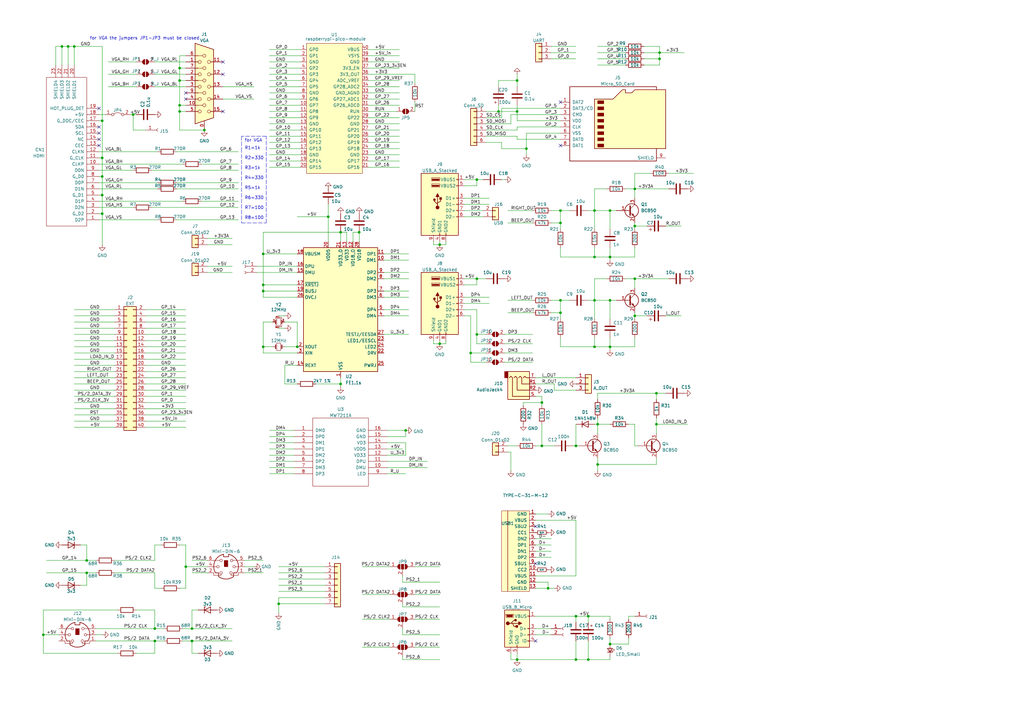
<source format=kicad_sch>
(kicad_sch (version 20211123) (generator eeschema)
  (paper "A3")
  (junction (at 73.66 45.72))
  (junction (at 224.79 241.3))
  (junction (at 193.04 144.78))
  (junction (at 121.92 142.24))
  (junction (at 73.66 33.02))
  (junction (at 229.87 123.19))
  (junction (at 241.3 252.73))
  (junction (at 241.3 270.51))
  (junction (at 250.19 86.36))
  (junction (at 229.87 91.44))
  (junction (at 269.24 173.99))
  (junction (at 195.58 137.16))
  (junction (at 35.56 234.95))
  (junction (at 250.19 105.41))
  (junction (at 139.7 157.48))
  (junction (at 107.95 119.38))
  (junction (at 73.66 27.94))
  (junction (at 76.2 232.41))
  (junction (at 215.9 60.96))
  (junction (at 63.5 257.81))
  (junction (at 236.22 252.73))
  (junction (at 147.32 95.25))
  (junction (at 236.22 270.51))
  (junction (at 250.19 123.19))
  (junction (at 78.74 262.89))
  (junction (at 25.4 19.05))
  (junction (at 30.48 19.05))
  (junction (at 41.91 80.01))
  (junction (at 78.74 257.81))
  (junction (at 195.58 73.66))
  (junction (at 17.78 260.35))
  (junction (at 229.87 128.27))
  (junction (at 180.34 140.97))
  (junction (at 114.3 247.65))
  (junction (at 41.91 49.53))
  (junction (at 270.51 21.59))
  (junction (at 107.95 142.24))
  (junction (at 73.66 43.18))
  (junction (at 212.09 270.51))
  (junction (at 212.09 45.72))
  (junction (at 35.56 229.87))
  (junction (at 204.47 45.72))
  (junction (at 270.51 24.13))
  (junction (at 195.58 114.3))
  (junction (at 139.7 95.25))
  (junction (at 212.09 33.02))
  (junction (at 260.35 92.71))
  (junction (at 243.84 105.41))
  (junction (at 27.94 19.05))
  (junction (at 222.25 165.1))
  (junction (at 222.25 182.88))
  (junction (at 250.19 264.16))
  (junction (at 243.84 142.24))
  (junction (at 260.35 129.54))
  (junction (at 41.91 72.39))
  (junction (at 250.19 142.24))
  (junction (at 41.91 64.77))
  (junction (at 83.82 53.34))
  (junction (at 63.5 262.89))
  (junction (at 107.95 116.84))
  (junction (at 245.11 173.99))
  (junction (at 269.24 161.29))
  (junction (at 134.62 88.9))
  (junction (at 236.22 182.88))
  (junction (at 245.11 190.5))
  (junction (at 260.35 77.47))
  (junction (at 54.61 46.99))
  (junction (at 107.95 104.14))
  (junction (at 260.35 114.3))
  (junction (at 243.84 123.19))
  (junction (at 166.37 176.53))
  (junction (at 41.91 87.63))
  (junction (at 180.34 100.33))
  (junction (at 229.87 86.36))
  (junction (at 243.84 86.36))
  (no_connect (at 219.71 262.89))
  (no_connect (at 219.71 231.14))
  (no_connect (at 219.71 215.9))
  (no_connect (at 76.2 38.1))
  (no_connect (at 76.2 40.64))
  (no_connect (at 91.44 45.72))
  (no_connect (at 91.44 30.48))
  (no_connect (at 91.44 25.4))
  (no_connect (at 40.64 57.15))
  (no_connect (at 40.64 59.69))
  (no_connect (at 40.64 44.45))
  (no_connect (at 40.64 52.07))
  (no_connect (at 40.64 54.61))
  (no_connect (at 229.87 59.69))
  (no_connect (at 229.87 41.91))
  (wire (pts (xy 195.58 127) (xy 195.58 137.16)))
  (wire (pts (xy 229.87 123.19) (xy 233.68 123.19)))
  (wire (pts (xy 208.28 123.19) (xy 218.44 123.19)))
  (wire (pts (xy 260.35 129.54) (xy 265.43 129.54)))
  (wire (pts (xy 229.87 86.36) (xy 229.87 91.44)))
  (wire (pts (xy 199.39 140.97) (xy 195.58 140.97)))
  (wire (pts (xy 229.87 91.44) (xy 229.87 93.98)))
  (wire (pts (xy 116.84 142.24) (xy 121.92 142.24)))
  (wire (pts (xy 243.84 77.47) (xy 248.92 77.47)))
  (wire (pts (xy 195.58 73.66) (xy 198.12 73.66)))
  (wire (pts (xy 110.49 45.72) (xy 123.19 45.72)))
  (wire (pts (xy 105.41 111.76) (xy 121.92 111.76)))
  (wire (pts (xy 73.66 43.18) (xy 73.66 33.02)))
  (wire (pts (xy 270.51 26.67) (xy 264.16 26.67)))
  (wire (pts (xy 190.5 81.28) (xy 200.66 81.28)))
  (wire (pts (xy 165.1 247.65) (xy 165.1 248.92)))
  (wire (pts (xy 207.01 148.59) (xy 218.44 148.59)))
  (wire (pts (xy 219.71 241.3) (xy 224.79 241.3)))
  (wire (pts (xy 195.58 140.97) (xy 195.58 137.16)))
  (wire (pts (xy 219.71 257.81) (xy 226.06 257.81)))
  (wire (pts (xy 72.39 74.93) (xy 97.79 74.93)))
  (wire (pts (xy 62.23 85.09) (xy 97.79 85.09)))
  (wire (pts (xy 41.91 80.01) (xy 41.91 87.63)))
  (wire (pts (xy 199.39 58.42) (xy 205.74 58.42)))
  (wire (pts (xy 219.71 220.98) (xy 226.06 220.98)))
  (wire (pts (xy 180.34 99.06) (xy 180.34 100.33)))
  (wire (pts (xy 85.09 100.33) (xy 95.25 100.33)))
  (wire (pts (xy 59.69 167.64) (xy 76.2 167.64)))
  (wire (pts (xy 82.55 82.55) (xy 97.79 82.55)))
  (wire (pts (xy 214.63 166.37) (xy 214.63 165.1)))
  (wire (pts (xy 219.71 226.06) (xy 226.06 226.06)))
  (wire (pts (xy 63.5 267.97) (xy 55.88 267.97)))
  (wire (pts (xy 250.19 123.19) (xy 252.73 123.19)))
  (wire (pts (xy 245.11 190.5) (xy 245.11 187.96)))
  (wire (pts (xy 243.84 101.6) (xy 243.84 105.41)))
  (wire (pts (xy 193.04 148.59) (xy 199.39 148.59)))
  (wire (pts (xy 166.37 181.61) (xy 158.75 181.61)))
  (wire (pts (xy 243.84 105.41) (xy 250.19 105.41)))
  (wire (pts (xy 39.37 229.87) (xy 35.56 229.87)))
  (wire (pts (xy 59.69 132.08) (xy 76.2 132.08)))
  (wire (pts (xy 53.34 46.99) (xy 54.61 46.99)))
  (wire (pts (xy 257.81 252.73) (xy 257.81 254)))
  (wire (pts (xy 151.13 20.32) (xy 163.83 20.32)))
  (wire (pts (xy 63.5 262.89) (xy 67.31 262.89)))
  (wire (pts (xy 59.69 127) (xy 76.2 127)))
  (wire (pts (xy 250.19 86.36) (xy 250.19 93.98)))
  (wire (pts (xy 190.5 83.82) (xy 200.66 83.82)))
  (wire (pts (xy 30.48 144.78) (xy 46.99 144.78)))
  (wire (pts (xy 78.74 267.97) (xy 78.74 262.89)))
  (wire (pts (xy 110.49 68.58) (xy 123.19 68.58)))
  (wire (pts (xy 76.2 232.41) (xy 76.2 241.3)))
  (wire (pts (xy 157.48 127) (xy 167.64 127)))
  (wire (pts (xy 30.48 139.7) (xy 46.99 139.7)))
  (wire (pts (xy 83.82 53.34) (xy 73.66 53.34)))
  (wire (pts (xy 241.3 270.51) (xy 241.3 262.89)))
  (wire (pts (xy 241.3 270.51) (xy 250.19 270.51)))
  (wire (pts (xy 209.55 267.97) (xy 209.55 270.51)))
  (wire (pts (xy 177.8 139.7) (xy 177.8 140.97)))
  (wire (pts (xy 170.18 265.43) (xy 180.34 265.43)))
  (wire (pts (xy 243.84 93.98) (xy 243.84 86.36)))
  (wire (pts (xy 110.49 191.77) (xy 120.65 191.77)))
  (wire (pts (xy 107.95 144.78) (xy 107.95 142.24)))
  (wire (pts (xy 139.7 95.25) (xy 107.95 95.25)))
  (wire (pts (xy 256.54 77.47) (xy 260.35 77.47)))
  (wire (pts (xy 107.95 121.92) (xy 121.92 121.92)))
  (wire (pts (xy 110.49 186.69) (xy 120.65 186.69)))
  (wire (pts (xy 110.49 50.8) (xy 123.19 50.8)))
  (wire (pts (xy 215.9 54.61) (xy 215.9 60.96)))
  (wire (pts (xy 151.13 43.18) (xy 163.83 43.18)))
  (wire (pts (xy 250.19 264.16) (xy 257.81 264.16)))
  (wire (pts (xy 110.49 55.88) (xy 123.19 55.88)))
  (wire (pts (xy 260.35 128.27) (xy 260.35 129.54)))
  (wire (pts (xy 212.09 53.34) (xy 212.09 52.07)))
  (wire (pts (xy 147.32 95.25) (xy 147.32 99.06)))
  (wire (pts (xy 151.13 58.42) (xy 163.83 58.42)))
  (wire (pts (xy 100.33 234.95) (xy 107.95 234.95)))
  (wire (pts (xy 260.35 182.88) (xy 261.62 182.88)))
  (wire (pts (xy 212.09 55.88) (xy 199.39 55.88)))
  (wire (pts (xy 107.95 95.25) (xy 107.95 104.14)))
  (wire (pts (xy 40.64 85.09) (xy 54.61 85.09)))
  (wire (pts (xy 229.87 142.24) (xy 229.87 138.43)))
  (wire (pts (xy 229.87 105.41) (xy 229.87 101.6)))
  (wire (pts (xy 245.11 24.13) (xy 256.54 24.13)))
  (wire (pts (xy 114.3 247.65) (xy 133.35 247.65)))
  (wire (pts (xy 95.25 111.76) (xy 85.09 111.76)))
  (wire (pts (xy 110.49 43.18) (xy 123.19 43.18)))
  (wire (pts (xy 157.48 137.16) (xy 167.64 137.16)))
  (wire (pts (xy 227.33 160.02) (xy 236.22 160.02)))
  (wire (pts (xy 41.91 19.05) (xy 30.48 19.05)))
  (wire (pts (xy 222.25 182.88) (xy 227.33 182.88)))
  (wire (pts (xy 59.69 157.48) (xy 76.2 157.48)))
  (wire (pts (xy 260.35 173.99) (xy 260.35 182.88)))
  (wire (pts (xy 170.18 243.84) (xy 180.34 243.84)))
  (wire (pts (xy 110.49 176.53) (xy 120.65 176.53)))
  (wire (pts (xy 73.66 33.02) (xy 76.2 33.02)))
  (wire (pts (xy 190.5 86.36) (xy 198.12 86.36)))
  (wire (pts (xy 30.48 157.48) (xy 46.99 157.48)))
  (wire (pts (xy 59.69 137.16) (xy 76.2 137.16)))
  (wire (pts (xy 208.28 128.27) (xy 218.44 128.27)))
  (wire (pts (xy 41.91 64.77) (xy 41.91 72.39)))
  (wire (pts (xy 41.91 72.39) (xy 41.91 80.01)))
  (wire (pts (xy 39.37 257.81) (xy 63.5 257.81)))
  (wire (pts (xy 59.69 139.7) (xy 76.2 139.7)))
  (wire (pts (xy 165.1 270.51) (xy 180.34 270.51)))
  (wire (pts (xy 256.54 114.3) (xy 260.35 114.3)))
  (wire (pts (xy 151.13 38.1) (xy 163.83 38.1)))
  (wire (pts (xy 243.84 86.36) (xy 250.19 86.36)))
  (wire (pts (xy 110.49 35.56) (xy 123.19 35.56)))
  (wire (pts (xy 195.58 137.16) (xy 199.39 137.16)))
  (wire (pts (xy 165.1 257.81) (xy 165.1 260.35)))
  (wire (pts (xy 269.24 161.29) (xy 269.24 163.83)))
  (wire (pts (xy 151.13 33.02) (xy 163.83 33.02)))
  (wire (pts (xy 177.8 100.33) (xy 180.34 100.33)))
  (wire (pts (xy 110.49 63.5) (xy 123.19 63.5)))
  (wire (pts (xy 208.28 182.88) (xy 212.09 182.88)))
  (wire (pts (xy 59.69 134.62) (xy 76.2 134.62)))
  (wire (pts (xy 250.19 142.24) (xy 250.19 138.43)))
  (wire (pts (xy 269.24 173.99) (xy 269.24 177.8)))
  (wire (pts (xy 151.13 48.26) (xy 163.83 48.26)))
  (wire (pts (xy 134.62 83.82) (xy 134.62 88.9)))
  (wire (pts (xy 63.5 25.4) (xy 76.2 25.4)))
  (wire (pts (xy 110.49 53.34) (xy 123.19 53.34)))
  (wire (pts (xy 44.45 35.56) (xy 55.88 35.56)))
  (wire (pts (xy 257.81 264.16) (xy 257.81 261.62)))
  (wire (pts (xy 30.48 165.1) (xy 46.99 165.1)))
  (wire (pts (xy 269.24 171.45) (xy 269.24 173.99)))
  (wire (pts (xy 30.48 170.18) (xy 46.99 170.18)))
  (wire (pts (xy 107.95 104.14) (xy 121.92 104.14)))
  (wire (pts (xy 139.7 154.94) (xy 139.7 157.48)))
  (wire (pts (xy 250.19 252.73) (xy 250.19 254)))
  (wire (pts (xy 274.32 71.12) (xy 284.48 71.12)))
  (wire (pts (xy 245.11 193.04) (xy 245.11 190.5)))
  (wire (pts (xy 260.35 77.47) (xy 260.35 81.28)))
  (wire (pts (xy 114.3 234.95) (xy 133.35 234.95)))
  (wire (pts (xy 73.66 223.52) (xy 76.2 223.52)))
  (wire (pts (xy 35.56 229.87) (xy 19.05 229.87)))
  (wire (pts (xy 134.62 76.2) (xy 134.62 77.47)))
  (wire (pts (xy 40.64 87.63) (xy 41.91 87.63)))
  (wire (pts (xy 250.19 142.24) (xy 250.19 143.51)))
  (wire (pts (xy 219.71 223.52) (xy 226.06 223.52)))
  (polyline (pts (xy 109.22 91.44) (xy 109.22 55.88)))
  (wire (pts (xy 212.09 45.72) (xy 204.47 45.72)))
  (wire (pts (xy 59.69 172.72) (xy 76.2 172.72)))
  (wire (pts (xy 40.64 62.23) (xy 64.77 62.23)))
  (wire (pts (xy 195.58 76.2) (xy 195.58 73.66)))
  (wire (pts (xy 78.74 229.87) (xy 85.09 229.87)))
  (wire (pts (xy 27.94 19.05) (xy 27.94 26.67)))
  (wire (pts (xy 30.48 19.05) (xy 30.48 26.67)))
  (wire (pts (xy 260.35 114.3) (xy 260.35 118.11)))
  (wire (pts (xy 260.35 92.71) (xy 260.35 93.98)))
  (wire (pts (xy 205.74 60.96) (xy 215.9 60.96)))
  (wire (pts (xy 229.87 123.19) (xy 229.87 128.27)))
  (wire (pts (xy 208.28 86.36) (xy 218.44 86.36)))
  (wire (pts (xy 30.48 162.56) (xy 46.99 162.56)))
  (wire (pts (xy 110.49 58.42) (xy 123.19 58.42)))
  (wire (pts (xy 30.48 172.72) (xy 46.99 172.72)))
  (wire (pts (xy 30.48 127) (xy 46.99 127)))
  (wire (pts (xy 222.25 173.99) (xy 222.25 182.88)))
  (wire (pts (xy 207.01 137.16) (xy 218.44 137.16)))
  (wire (pts (xy 144.78 99.06) (xy 144.78 95.25)))
  (wire (pts (xy 260.35 129.54) (xy 260.35 130.81)))
  (wire (pts (xy 30.48 132.08) (xy 46.99 132.08)))
  (wire (pts (xy 209.55 185.42) (xy 209.55 193.04)))
  (wire (pts (xy 17.78 260.35) (xy 24.13 260.35)))
  (wire (pts (xy 121.92 88.9) (xy 134.62 88.9)))
  (wire (pts (xy 166.37 176.53) (xy 158.75 176.53)))
  (wire (pts (xy 59.69 154.94) (xy 76.2 154.94)))
  (wire (pts (xy 219.71 260.35) (xy 226.06 260.35)))
  (wire (pts (xy 243.84 130.81) (xy 243.84 123.19)))
  (wire (pts (xy 30.48 167.64) (xy 46.99 167.64)))
  (wire (pts (xy 110.49 48.26) (xy 123.19 48.26)))
  (wire (pts (xy 59.69 175.26) (xy 76.2 175.26)))
  (wire (pts (xy 224.79 241.3) (xy 227.33 241.3)))
  (wire (pts (xy 260.35 138.43) (xy 260.35 142.24)))
  (wire (pts (xy 204.47 45.72) (xy 199.39 45.72)))
  (wire (pts (xy 222.25 166.37) (xy 222.25 165.1)))
  (wire (pts (xy 260.35 92.71) (xy 265.43 92.71)))
  (wire (pts (xy 114.3 237.49) (xy 133.35 237.49)))
  (wire (pts (xy 114.3 240.03) (xy 133.35 240.03)))
  (wire (pts (xy 25.4 19.05) (xy 25.4 26.67)))
  (wire (pts (xy 264.16 21.59) (xy 270.51 21.59)))
  (wire (pts (xy 250.19 270.51) (xy 250.19 269.24)))
  (wire (pts (xy 212.09 49.53) (xy 212.09 45.72)))
  (wire (pts (xy 134.62 88.9) (xy 134.62 99.06)))
  (wire (pts (xy 30.48 149.86) (xy 46.99 149.86)))
  (wire (pts (xy 62.23 69.85) (xy 97.79 69.85)))
  (wire (pts (xy 245.11 163.83) (xy 245.11 161.29)))
  (wire (pts (xy 250.19 105.41) (xy 250.19 106.68)))
  (wire (pts (xy 151.13 25.4) (xy 163.83 25.4)))
  (wire (pts (xy 151.13 35.56) (xy 163.83 35.56)))
  (wire (pts (xy 72.39 90.17) (xy 97.79 90.17)))
  (wire (pts (xy 111.76 132.08) (xy 107.95 132.08)))
  (wire (pts (xy 100.33 232.41) (xy 104.14 232.41)))
  (wire (pts (xy 243.84 105.41) (xy 229.87 105.41)))
  (wire (pts (xy 121.92 157.48) (xy 116.84 157.48)))
  (wire (pts (xy 76.2 232.41) (xy 85.09 232.41)))
  (wire (pts (xy 19.05 234.95) (xy 35.56 234.95)))
  (wire (pts (xy 40.64 72.39) (xy 41.91 72.39)))
  (wire (pts (xy 243.84 123.19) (xy 250.19 123.19)))
  (wire (pts (xy 260.35 77.47) (xy 274.32 77.47)))
  (wire (pts (xy 236.22 270.51) (xy 241.3 270.51)))
  (wire (pts (xy 209.55 270.51) (xy 212.09 270.51)))
  (wire (pts (xy 40.64 82.55) (xy 74.93 82.55)))
  (wire (pts (xy 40.64 90.17) (xy 64.77 90.17)))
  (wire (pts (xy 215.9 60.96) (xy 215.9 63.5)))
  (wire (pts (xy 30.48 137.16) (xy 46.99 137.16)))
  (wire (pts (xy 195.58 73.66) (xy 190.5 73.66)))
  (wire (pts (xy 59.69 129.54) (xy 76.2 129.54)))
  (wire (pts (xy 209.55 46.99) (xy 229.87 46.99)))
  (wire (pts (xy 226.06 24.13) (xy 236.22 24.13)))
  (wire (pts (xy 250.19 123.19) (xy 250.19 130.81)))
  (wire (pts (xy 205.74 44.45) (xy 229.87 44.45)))
  (wire (pts (xy 39.37 260.35) (xy 41.91 260.35)))
  (polyline (pts (xy 99.06 91.44) (xy 109.22 91.44)))
  (wire (pts (xy 236.22 213.36) (xy 236.22 236.22)))
  (wire (pts (xy 195.58 114.3) (xy 190.5 114.3)))
  (wire (pts (xy 207.01 140.97) (xy 218.44 140.97)))
  (wire (pts (xy 151.13 63.5) (xy 163.83 63.5)))
  (wire (pts (xy 264.16 24.13) (xy 270.51 24.13)))
  (wire (pts (xy 260.35 71.12) (xy 260.35 77.47)))
  (wire (pts (xy 63.5 241.3) (xy 63.5 234.95)))
  (wire (pts (xy 25.4 19.05) (xy 22.86 19.05)))
  (wire (pts (xy 59.69 149.86) (xy 76.2 149.86)))
  (wire (pts (xy 195.58 116.84) (xy 195.58 114.3)))
  (wire (pts (xy 17.78 267.97) (xy 17.78 260.35)))
  (wire (pts (xy 78.74 234.95) (xy 85.09 234.95)))
  (wire (pts (xy 63.5 257.81) (xy 67.31 257.81)))
  (wire (pts (xy 219.71 157.48) (xy 227.33 157.48)))
  (wire (pts (xy 151.13 45.72) (xy 162.56 45.72)))
  (wire (pts (xy 74.93 257.81) (xy 78.74 257.81)))
  (wire (pts (xy 40.64 67.31) (xy 74.93 67.31)))
  (wire (pts (xy 229.87 86.36) (xy 233.68 86.36)))
  (wire (pts (xy 190.5 129.54) (xy 193.04 129.54)))
  (wire (pts (xy 208.28 91.44) (xy 218.44 91.44)))
  (wire (pts (xy 270.51 24.13) (xy 270.51 26.67)))
  (wire (pts (xy 59.69 147.32) (xy 76.2 147.32)))
  (wire (pts (xy 151.13 55.88) (xy 163.83 55.88)))
  (wire (pts (xy 227.33 157.48) (xy 227.33 160.02)))
  (wire (pts (xy 158.75 186.69) (xy 166.37 186.69)))
  (wire (pts (xy 245.11 21.59) (xy 256.54 21.59)))
  (wire (pts (xy 260.35 101.6) (xy 260.35 105.41)))
  (wire (pts (xy 82.55 67.31) (xy 97.79 67.31)))
  (wire (pts (xy 73.66 43.18) (xy 76.2 43.18)))
  (wire (pts (xy 110.49 66.04) (xy 123.19 66.04)))
  (wire (pts (xy 59.69 160.02) (xy 76.2 160.02)))
  (wire (pts (xy 114.3 232.41) (xy 133.35 232.41)))
  (wire (pts (xy 229.87 128.27) (xy 229.87 130.81)))
  (wire (pts (xy 195.58 114.3) (xy 199.39 114.3)))
  (wire (pts (xy 40.64 77.47) (xy 64.77 77.47)))
  (wire (pts (xy 30.48 160.02) (xy 46.99 160.02)))
  (wire (pts (xy 241.3 252.73) (xy 241.3 255.27)))
  (wire (pts (xy 35.56 234.95) (xy 39.37 234.95)))
  (wire (pts (xy 190.5 116.84) (xy 195.58 116.84)))
  (wire (pts (xy 190.5 121.92) (xy 200.66 121.92)))
  (polyline (pts (xy 99.06 55.88) (xy 99.06 60.96)))
  (wire (pts (xy 74.93 262.89) (xy 78.74 262.89)))
  (wire (pts (xy 250.19 105.41) (xy 250.19 101.6)))
  (wire (pts (xy 243.84 114.3) (xy 248.92 114.3)))
  (wire (pts (xy 40.64 80.01) (xy 41.91 80.01)))
  (wire (pts (xy 76.2 241.3) (xy 73.66 241.3)))
  (wire (pts (xy 39.37 262.89) (xy 63.5 262.89)))
  (wire (pts (xy 76.2 223.52) (xy 76.2 232.41)))
  (wire (pts (xy 177.8 140.97) (xy 180.34 140.97)))
  (wire (pts (xy 139.7 157.48) (xy 139.7 158.75)))
  (wire (pts (xy 40.64 69.85) (xy 54.61 69.85)))
  (wire (pts (xy 30.48 154.94) (xy 46.99 154.94)))
  (wire (pts (xy 107.95 119.38) (xy 121.92 119.38)))
  (wire (pts (xy 17.78 250.19) (xy 17.78 260.35)))
  (wire (pts (xy 40.64 74.93) (xy 64.77 74.93)))
  (wire (pts (xy 107.95 116.84) (xy 121.92 116.84)))
  (wire (pts (xy 40.64 49.53) (xy 41.91 49.53)))
  (wire (pts (xy 30.48 147.32) (xy 46.99 147.32)))
  (wire (pts (xy 35.56 223.52) (xy 35.56 229.87)))
  (wire (pts (xy 54.61 53.34) (xy 54.61 46.99)))
  (wire (pts (xy 72.39 77.47) (xy 97.79 77.47)))
  (wire (pts (xy 199.39 48.26) (xy 205.74 48.26)))
  (wire (pts (xy 243.84 86.36) (xy 243.84 77.47)))
  (wire (pts (xy 260.35 105.41) (xy 250.19 105.41)))
  (wire (pts (xy 91.44 40.64) (xy 104.14 40.64)))
  (polyline (pts (xy 99.06 60.96) (xy 99.06 91.44)))
  (wire (pts (xy 41.91 64.77) (xy 41.91 49.53)))
  (wire (pts (xy 182.88 140.97) (xy 182.88 139.7)))
  (wire (pts (xy 59.69 170.18) (xy 76.2 170.18)))
  (wire (pts (xy 245.11 171.45) (xy 245.11 173.99)))
  (wire (pts (xy 204.47 33.02) (xy 212.09 33.02)))
  (wire (pts (xy 158.75 194.31) (xy 166.37 194.31)))
  (wire (pts (xy 180.34 140.97) (xy 182.88 140.97)))
  (wire (pts (xy 236.22 182.88) (xy 237.49 182.88)))
  (wire (pts (xy 236.22 252.73) (xy 241.3 252.73)))
  (wire (pts (xy 224.79 238.76) (xy 224.79 241.3)))
  (wire (pts (xy 151.13 68.58) (xy 163.83 68.58)))
  (wire (pts (xy 207.01 144.78) (xy 218.44 144.78)))
  (wire (pts (xy 30.48 134.62) (xy 46.99 134.62)))
  (wire (pts (xy 116.84 132.08) (xy 121.92 132.08)))
  (wire (pts (xy 116.84 157.48) (xy 116.84 149.86)))
  (wire (pts (xy 151.13 53.34) (xy 163.83 53.34)))
  (wire (pts (xy 157.48 129.54) (xy 167.64 129.54)))
  (wire (pts (xy 165.1 269.24) (xy 165.1 270.51)))
  (wire (pts (xy 91.44 35.56) (xy 104.14 35.56)))
  (wire (pts (xy 193.04 129.54) (xy 193.04 144.78)))
  (wire (pts (xy 205.74 48.26) (xy 205.74 44.45)))
  (wire (pts (xy 158.75 184.15) (xy 165.1 184.15)))
  (wire (pts (xy 182.88 100.33) (xy 182.88 99.06)))
  (wire (pts (xy 190.5 124.46) (xy 200.66 124.46)))
  (wire (pts (xy 219.71 252.73) (xy 236.22 252.73)))
  (wire (pts (xy 158.75 179.07) (xy 166.37 179.07)))
  (wire (pts (xy 269.24 161.29) (xy 273.05 161.29)))
  (wire (pts (xy 245.11 26.67) (xy 256.54 26.67)))
  (wire (pts (xy 73.66 33.02) (xy 73.66 27.94)))
  (wire (pts (xy 260.35 142.24) (xy 250.19 142.24)))
  (wire (pts (xy 236.22 262.89) (xy 236.22 270.51)))
  (wire (pts (xy 73.66 27.94) (xy 73.66 22.86)))
  (wire (pts (xy 180.34 139.7) (xy 180.34 140.97)))
  (wire (pts (xy 63.5 35.56) (xy 76.2 35.56)))
  (wire (pts (xy 214.63 165.1) (xy 222.25 165.1)))
  (wire (pts (xy 190.5 127) (xy 195.58 127)))
  (wire (pts (xy 59.69 165.1) (xy 76.2 165.1)))
  (wire (pts (xy 151.13 27.94) (xy 163.83 27.94)))
  (wire (pts (xy 114.3 245.11) (xy 114.3 247.65)))
  (wire (pts (xy 40.64 46.99) (xy 43.18 46.99)))
  (wire (pts (xy 129.54 157.48) (xy 139.7 157.48)))
  (wire (pts (xy 219.71 213.36) (xy 236.22 213.36)))
  (wire (pts (xy 222.25 165.1) (xy 222.25 162.56)))
  (wire (pts (xy 236.22 236.22) (xy 219.71 236.22)))
  (wire (pts (xy 107.95 132.08) (xy 107.95 142.24)))
  (wire (pts (xy 54.61 46.99) (xy 55.88 46.99)))
  (wire (pts (xy 114.3 134.62) (xy 116.84 134.62)))
  (wire (pts (xy 30.48 152.4) (xy 46.99 152.4)))
  (wire (pts (xy 110.49 40.64) (xy 123.19 40.64)))
  (wire (pts (xy 110.49 33.02) (xy 123.19 33.02)))
  (wire (pts (xy 100.33 229.87) (xy 107.95 229.87)))
  (wire (pts (xy 107.95 116.84) (xy 107.95 119.38)))
  (wire (pts (xy 212.09 30.48) (xy 212.09 33.02)))
  (wire (pts (xy 212.09 57.15) (xy 229.87 57.15)))
  (wire (pts (xy 245.11 173.99) (xy 250.19 173.99)))
  (wire (pts (xy 269.24 173.99) (xy 281.94 173.99)))
  (wire (pts (xy 226.06 86.36) (xy 229.87 86.36)))
  (wire (pts (xy 144.78 95.25) (xy 147.32 95.25)))
  (wire (pts (xy 107.95 104.14) (xy 107.95 116.84)))
  (wire (pts (xy 44.45 30.48) (xy 55.88 30.48)))
  (wire (pts (xy 63.5 262.89) (xy 63.5 267.97)))
  (wire (pts (xy 245.11 161.29) (xy 269.24 161.29)))
  (wire (pts (xy 151.13 22.86) (xy 163.83 22.86)))
  (wire (pts (xy 46.99 234.95) (xy 63.5 234.95)))
  (wire (pts (xy 212.09 270.51) (xy 236.22 270.51)))
  (wire (pts (xy 78.74 250.19) (xy 78.74 257.81)))
  (wire (pts (xy 110.49 184.15) (xy 120.65 184.15)))
  (wire (pts (xy 139.7 95.25) (xy 139.7 99.06)))
  (wire (pts (xy 199.39 50.8) (xy 209.55 50.8)))
  (wire (pts (xy 273.05 129.54) (xy 279.4 129.54)))
  (wire (pts (xy 165.1 260.35) (xy 180.34 260.35)))
  (wire (pts (xy 110.49 25.4) (xy 123.19 25.4)))
  (wire (pts (xy 78.74 262.89) (xy 95.25 262.89)))
  (wire (pts (xy 73.66 22.86) (xy 76.2 22.86)))
  (wire (pts (xy 95.25 109.22) (xy 85.09 109.22)))
  (wire (pts (xy 257.81 173.99) (xy 260.35 173.99)))
  (wire (pts (xy 72.39 62.23) (xy 97.79 62.23)))
  (wire (pts (xy 110.49 181.61) (xy 120.65 181.61)))
  (wire (pts (xy 148.59 265.43) (xy 160.02 265.43)))
  (wire (pts (xy 41.91 19.05) (xy 41.91 49.53)))
  (wire (pts (xy 110.49 22.86) (xy 123.19 22.86)))
  (wire (pts (xy 264.16 19.05) (xy 270.51 19.05)))
  (wire (pts (xy 170.18 254) (xy 180.34 254)))
  (wire (pts (xy 241.3 86.36) (xy 243.84 86.36)))
  (wire (pts (xy 158.75 189.23) (xy 175.26 189.23)))
  (wire (pts (xy 33.02 223.52) (xy 35.56 223.52)))
  (wire (pts (xy 166.37 179.07) (xy 166.37 176.53)))
  (wire (pts (xy 212.09 52.07) (xy 229.87 52.07)))
  (wire (pts (xy 121.92 132.08) (xy 121.92 142.24)))
  (wire (pts (xy 63.5 229.87) (xy 63.5 223.52)))
  (wire (pts (xy 243.84 142.24) (xy 229.87 142.24)))
  (wire (pts (xy 151.13 30.48) (xy 170.18 30.48)))
  (wire (pts (xy 114.3 245.11) (xy 133.35 245.11)))
  (wire (pts (xy 157.48 121.92) (xy 167.64 121.92)))
  (wire (pts (xy 35.56 234.95) (xy 35.56 240.03)))
  (wire (pts (xy 48.26 267.97) (xy 17.78 267.97)))
  (wire (pts (xy 166.37 186.69) (xy 166.37 181.61)))
  (wire (pts (xy 63.5 241.3) (xy 66.04 241.3)))
  (wire (pts (xy 114.3 129.54) (xy 116.84 129.54)))
  (wire (pts (xy 212.09 33.02) (xy 212.09 35.56)))
  (wire (pts (xy 157.48 119.38) (xy 167.64 119.38)))
  (wire (pts (xy 245.11 173.99) (xy 245.11 177.8)))
  (wire (pts (xy 59.69 142.24) (xy 76.2 142.24)))
  (wire (pts (xy 260.35 91.44) (xy 260.35 92.71)))
  (wire (pts (xy 219.71 238.76) (xy 224.79 238.76)))
  (wire (pts (xy 177.8 99.06) (xy 177.8 100.33)))
  (wire (pts (xy 81.28 250.19) (xy 78.74 250.19)))
  (wire (pts (xy 219.71 182.88) (xy 222.25 182.88)))
  (wire (pts (xy 59.69 152.4) (xy 76.2 152.4)))
  (wire (pts (xy 151.13 40.64) (xy 163.83 40.64)))
  (wire (pts (xy 245.11 190.5) (xy 269.24 190.5)))
  (wire (pts (xy 245.11 19.05) (xy 256.54 19.05)))
  (wire (pts (xy 236.22 173.99) (xy 236.22 182.88)))
  (wire (pts (xy 226.06 128.27) (xy 229.87 128.27)))
  (wire (pts (xy 63.5 30.48) (xy 76.2 30.48)))
  (wire (pts (xy 226.06 21.59) (xy 236.22 21.59)))
  (wire (pts (xy 243.84 138.43) (xy 243.84 142.24)))
  (wire (pts (xy 204.47 43.18) (xy 204.47 45.72)))
  (wire (pts (xy 180.34 100.33) (xy 182.88 100.33)))
  (wire (pts (xy 212.09 49.53) (xy 229.87 49.53)))
  (wire (pts (xy 30.48 175.26) (xy 46.99 175.26)))
  (wire (pts (xy 190.5 88.9) (xy 198.12 88.9)))
  (wire (pts (xy 151.13 50.8) (xy 163.83 50.8)))
  (wire (pts (xy 142.24 99.06) (xy 142.24 95.25)))
  (wire (pts (xy 212.09 57.15) (xy 212.09 55.88)))
  (wire (pts (xy 110.49 179.07) (xy 120.65 179.07)))
  (wire (pts (xy 157.48 104.14) (xy 167.64 104.14)))
  (wire (pts (xy 107.95 142.24) (xy 111.76 142.24)))
  (wire (pts (xy 250.19 86.36) (xy 252.73 86.36)))
  (wire (pts (xy 208.28 185.42) (xy 209.55 185.42)))
  (wire (pts (xy 260.35 252.73) (xy 257.81 252.73)))
  (wire (pts (xy 107.95 119.38) (xy 107.95 121.92)))
  (wire (pts (xy 110.49 38.1) (xy 123.19 38.1)))
  (wire (pts (xy 209.55 50.8) (xy 209.55 46.99)))
  (wire (pts (xy 110.49 194.31) (xy 120.65 194.31)))
  (wire (pts (xy 30.48 19.05) (xy 27.94 19.05)))
  (wire (pts (xy 158.75 191.77) (xy 175.26 191.77)))
  (wire (pts (xy 46.99 229.87) (xy 63.5 229.87)))
  (wire (pts (xy 151.13 60.96) (xy 163.83 60.96)))
  (wire (pts (xy 30.48 142.24) (xy 46.99 142.24)))
  (wire (pts (xy 199.39 53.34) (xy 212.09 53.34)))
  (wire (pts (xy 241.3 123.19) (xy 243.84 123.19)))
  (wire (pts (xy 270.51 19.05) (xy 270.51 21.59)))
  (wire (pts (xy 63.5 223.52) (xy 66.04 223.52)))
  (wire (pts (xy 212.09 270.51) (xy 212.09 267.97)))
  (wire (pts (xy 148.59 243.84) (xy 160.02 243.84)))
  (wire (pts (xy 22.86 19.05) (xy 22.86 26.67)))
  (wire (pts (xy 73.66 53.34) (xy 73.66 45.72)))
  (wire (pts (xy 114.3 247.65) (xy 114.3 251.46)))
  (wire (pts (xy 236.22 255.27) (xy 236.22 252.73)))
  (wire (pts (xy 226.06 123.19) (xy 229.87 123.19)))
  (wire (pts (xy 55.88 250.19) (xy 63.5 250.19)))
  (wire (pts (xy 215.9 54.61) (xy 229.87 54.61)))
  (wire (pts (xy 59.69 144.78) (xy 76.2 144.78)))
  (wire (pts (xy 193.04 144.78) (xy 199.39 144.78)))
  (wire (pts (xy 219.71 154.94) (xy 236.22 154.94)))
  (wire (pts (xy 165.1 236.22) (xy 165.1 238.76)))
  (wire (pts (xy 236.22 182.88) (xy 234.95 182.88)))
  (wire (pts (xy 241.3 252.73) (xy 250.19 252.73)))
  (wire (pts (xy 116.84 149.86) (xy 121.92 149.86)))
  (wire (pts (xy 157.48 114.3) (xy 167.64 114.3)))
  (wire (pts (xy 226.06 19.05) (xy 236.22 19.05)))
  (wire (pts (xy 110.49 27.94) (xy 123.19 27.94)))
  (wire (pts (xy 204.47 35.56) (xy 204.47 33.02)))
  (wire (pts (xy 105.41 109.22) (xy 121.92 109.22)))
  (wire (pts (xy 205.74 73.66) (xy 207.01 73.66)))
  (wire (pts (xy 212.09 43.18) (xy 212.09 45.72)))
  (wire (pts (xy 273.05 92.71) (xy 279.4 92.71)))
  (wire (pts (xy 41.91 87.63) (xy 41.91 100.33)))
  (wire (pts (xy 121.92 144.78) (xy 107.95 144.78)))
  (wire (pts (xy 170.18 41.91) (xy 170.18 45.72)))
  (wire (pts (xy 170.18 232.41) (xy 180.34 232.41)))
  (wire (pts (xy 73.66 45.72) (xy 73.66 43.18)))
  (wire (pts (xy 40.64 64.77) (xy 41.91 64.77)))
  (wire (pts (xy 63.5 250.19) (xy 63.5 257.81)))
  (wire (pts (xy 243.84 142.24) (xy 250.19 142.24)))
  (wire (pts (xy 35.56 240.03) (xy 33.02 240.03)))
  (wire (pts (xy 78.74 257.81) (xy 95.25 257.81)))
  (wire (pts (xy 266.7 71.12) (xy 260.35 71.12)))
  (wire (pts (xy 110.49 20.32) (xy 123.19 20.32)))
  (wire (pts (xy 157.48 111.76) (xy 167.64 111.76)))
  (wire (pts (xy 148.59 254) (xy 160.02 254)))
  (wire (pts (xy 114.3 242.57) (xy 133.35 242.57)))
  (wire (pts (xy 148.59 232.41) (xy 160.02 232.41)))
  (wire (pts (xy 270.51 21.59) (xy 270.51 24.13)))
  (wire (pts (xy 151.13 66.04) (xy 163.83 66.04)))
  (wire (pts (xy 59.69 53.34) (xy 54.61 53.34)))
  (wire (pts (xy 48.26 250.19) (xy 17.78 250.19)))
  (polyline (pts (xy 109.22 55.88) (xy 99.06 55.88)))
  (wire (pts (xy 222.25 162.56) (xy 219.71 162.56)))
  (wire (pts (xy 165.1 248.92) (xy 180.34 248.92)))
  (wire (pts (xy 205.74 58.42) (xy 205.74 60.96)))
  (wire (pts (xy 27.94 19.05) (xy 25.4 19.05)))
  (wire (pts (xy 85.09 97.79) (xy 95.25 97.79)))
  (wire (pts (xy 269.24 190.5) (xy 269.24 187.96)))
  (wire (pts (xy 270.51 21.59) (xy 280.67 21.59)))
  (wire (pts (xy 226.06 91.44) (xy 229.87 91.44)))
  (wire (pts (xy 260.35 114.3) (xy 274.32 114.3)))
  (wire (pts (xy 59.69 162.56) (xy 76.2 162.56)))
  (wire (pts (xy 219.71 210.82) (xy 224.79 210.82)))
  (wire (pts (xy 73.66 27.94) (xy 76.2 27.94)))
  (wire (pts (xy 110.49 189.23) (xy 120.65 189.23)))
  (wire (pts (xy 110.49 30.48) (xy 123.19 30.48)))
  (wire (pts (xy 157.48 106.68) (xy 167.64 106.68)))
  (wire (pts (xy 110.49 60.96) (xy 123.19 60.96)))
  (wire (pts (xy 170.18 30.48) (xy 170.18 34.29)))
  (wire (pts (xy 30.48 129.54) (xy 46.99 129.54)))
  (wire (pts (xy 193.04 144.78) (xy 193.04 148.59)))
  (wire (pts (xy 142.24 95.25) (xy 139.7 95.25)))
  (wire (pts (xy 219.71 228.6) (xy 226.06 228.6)))
  (wire (pts (xy 165.1 238.76) (xy 180.34 238.76)))
  (wire (pts (xy 190.5 76.2) (xy 195.58 76.2)))
  (wire (pts (xy 243.84 123.19) (xy 243.84 114.3)))
  (wire (pts (xy 73.66 45.72) (xy 76.2 45.72)))
  (wire (pts (xy 81.28 267.97) (xy 78.74 267.97)))
  (wire (pts (xy 44.45 25.4) (xy 55.88 25.4)))
  (wire (pts (xy 250.19 261.62) (xy 250.19 264.16)))
  (wire (pts (xy 243.84 173.99) (xy 245.11 173.99)))
  (text "for VGA" (at 100.33 58.42 0) (effects (font (size 1.27 1.27)) (justify left bottom)))
  (text "for VGA the jumpers JP1-JP3 must be closed" (at 36.83 16.51 0) (effects (font (size 1.27 1.27)) (justify left bottom)))
  (text "R1=1k\n\nR2=330\n\nR3=1k\n\nR4=330\n\nR5=1k\n\nR6=330\n\nR7=100\n\nR8=100" (at 100.33 90.17 0) (effects (font (size 1.27 1.27)) (justify left bottom)))
  (label "GND" (at 228.6 19.05 0))
  (label "PS2_5" (at 118.11 242.57 0))
  (label "GP_20" (at 153.67 55.88 0))
  (label "GND" (at 36.83 129.54 0))
  (label "PS2_1" (at 166.37 238.76 0))
  (label "LEFT_OUT" (at 35.56 154.94 0))
  (label "GP_3" (at 248.92 21.59 0))
  (label "+5V_in" (at 153.67 22.86 0))
  (label "GP_22" (at 153.67 48.26 0))
  (label "GP_0" (at 66.045 165.1 0))
  (label "L_OUT" (at 273.05 129.54 0))
  (label "DM1" (at 113.03 191.77 0))
  (label "+3V3A" (at 261.62 77.47 0))
  (label "+5V" (at 36.83 175.26 0))
  (label "VGA_HS" (at 43.18 85.09 0))
  (label "DM1" (at 193.04 83.82 0))
  (label "R_OUT" (at 273.05 92.71 0))
  (label "GP_22" (at 66.04 147.32 0))
  (label "PS{slash}2_DATA_3V" (at 80.01 262.89 0))
  (label "DM4" (at 113.03 176.53 0))
  (label "GP_13" (at 90.17 90.17 0))
  (label "GP_7" (at 113.03 43.18 0))
  (label "PS{slash}2 DATA" (at 170.18 232.41 0))
  (label "R_U" (at 160.02 194.31 0))
  (label "+3V3" (at 273.05 21.59 0))
  (label "GP_23_3v3EN" (at 66.04 170.18 0))
  (label "GND" (at 36.83 134.62 0))
  (label "U_3v3" (at 160.02 186.69 0))
  (label "GP_28" (at 153.67 35.56 0))
  (label "DP2" (at 113.03 189.23 0))
  (label "RIGHT_OUT" (at 35.56 152.4 0))
  (label "GP_12" (at 90.17 85.09 0))
  (label "GP_13" (at 113.03 60.96 0))
  (label "GND" (at 36.83 144.78 0))
  (label "GP_2" (at 113.03 27.94 0))
  (label "DM1" (at 160.02 106.68 0))
  (label "SD_MISO" (at 199.39 55.88 0))
  (label "+5V" (at 153.67 20.32 0))
  (label "GND" (at 36.83 142.24 0))
  (label "GP_17" (at 153.67 66.04 0))
  (label "GND" (at 66.04 149.86 0))
  (label "GP_29_VREF" (at 66.04 160.02 0))
  (label "GP_0" (at 228.6 24.13 0))
  (label "GP_9" (at 113.03 48.26 0))
  (label "GP_14" (at 25.4 229.87 0))
  (label "GP_14" (at 113.03 66.04 0))
  (label "GP_8" (at 113.03 45.72 0))
  (label "PS{slash}2 DATA2" (at 63.5 234.95 180))
  (label "GP_1" (at 228.6 21.59 0))
  (label "RIGHT_OUT" (at 209.55 86.36 0))
  (label "GP_23_3v3EN" (at 153.67 27.94 0))
  (label "GND" (at 113.03 25.4 0))
  (label "VGA_GL" (at 43.18 69.85 0))
  (label "GP_27" (at 153.67 40.64 0))
  (label "D-" (at 220.98 226.06 0))
  (label "GP_9" (at 90.17 74.93 0))
  (label "GP_11" (at 90.17 82.55 0))
  (label "RST" (at 170.18 44.45 0))
  (label "+5V" (at 53.34 46.99 0))
  (label "D-" (at 222.3475 260.35 0))
  (label "+5V" (at 88.9 109.22 0))
  (label "PS2_5" (at 166.37 260.35 0))
  (label "PS2_6" (at 166.37 270.51 0))
  (label "R_U" (at 116.84 149.86 0))
  (label "GP_5" (at 113.03 35.56 0))
  (label "GND" (at 153.67 25.4 0))
  (label "GP_19" (at 153.67 58.42 0))
  (label "GND" (at 36.83 149.86 0))
  (label "D+" (at 220.98 223.52 0))
  (label "VGA_VS" (at 43.18 90.17 0))
  (label "GND" (at 153.67 38.1 0))
  (label "+3V3" (at 66.04 167.64 0))
  (label "DP_IN" (at 114.3 109.22 0))
  (label "D+" (at 220.98 228.6 0))
  (label "DM3" (at 113.03 181.61 0))
  (label "PS2_5" (at 101.6 229.87 0))
  (label "GND" (at 36.83 167.64 0))
  (label "VGA_RH" (at 43.18 82.55 0))
  (label "+5V" (at 125.73 88.9 0))
  (label "BEEP_OUT" (at 209.55 128.27 0))
  (label "DP4" (at 160.02 127 0))
  (label "PS2_6" (at 78.74 229.87 0))
  (label "GND" (at 36.83 160.02 0))
  (label "+5V" (at 237.49 252.73 0))
  (label "+5V" (at 160.02 184.15 0))
  (label "PS{slash}2 CLK" (at 208.28 140.97 0))
  (label "GND" (at 33.02 19.05 0))
  (label "VGA_VS" (at 96.52 40.64 0))
  (label "GP_1" (at 113.03 22.86 0))
  (label "DP2" (at 160.02 111.76 0))
  (label "SD_CLK" (at 199.39 53.34 0))
  (label "U_3v3" (at 160.02 137.16 0))
  (label "+3V3" (at 153.67 30.48 0))
  (label "VGA_GH" (at 43.18 74.93 0))
  (label "+3V3A" (at 254 161.29 0))
  (label "PS{slash}2 CLK" (at 170.18 265.43 0))
  (label "GP_29_VREF" (at 153.67 33.02 0))
  (label "GP_14" (at 66.04 127 0))
  (label "GND" (at 91.44 111.76 180))
  (label "D-" (at 220.98 220.98 0))
  (label "PS{slash}2 CLK2" (at 160.02 254 180))
  (label "DP3" (at 113.03 184.15 0))
  (label "PS{slash}2 DATA" (at 170.18 243.84 0))
  (label "DM_IN" (at 167.64 191.77 0))
  (label "GP_0" (at 113.03 20.32 0))
  (label "PS2_2" (at 118.11 237.49 0))
  (label "GP_15" (at 66.04 129.54 0))
  (label "GP_21" (at 66.04 144.78 0))
  (label "GND" (at 153.67 50.8 0))
  (label "GP_12" (at 113.03 58.42 0))
  (label "GP_18" (at 153.67 60.96 0))
  (label "GP_6" (at 113.03 40.64 0))
  (label "GND" (at 36.83 132.08 0))
  (label "GP_6" (at 90.17 62.23 0))
  (label "DM4" (at 160.02 129.54 0))
  (label "GP_27" (at 66.04 154.94 0))
  (label "PS{slash}2 CLK2" (at 62.23 229.87 180))
  (label "PS{slash}2 DATA2" (at 160.02 232.41 180))
  (label "GP_5" (at 248.92 26.67 0))
  (label "GP_21" (at 153.67 53.34 0))
  (label "DM2" (at 193.04 88.9 0))
  (label "VGA_BH" (at 45.72 35.56 0))
  (label "VGA_RH" (at 45.72 25.4 0))
  (label "PS{slash}2_DATA_3V" (at 31.75 162.56 0))
  (label "GP_2" (at 223.52 52.07 0))
  (label "GND" (at 153.67 63.5 0))
  (label "VGA_GH" (at 45.72 30.48 0))
  (label "PS2_2" (at 78.74 234.95 0))
  (label "VGA_BH" (at 43.18 67.31 0))
  (label "GND" (at 113.03 38.1 0))
  (label "+5V" (at 190.5 114.3 0))
  (label "GP_10" (at 113.03 53.34 0))
  (label "VGA_BL" (at 66.04 35.56 0))
  (label "RST" (at 36.83 170.18 0))
  (label "GP_26" (at 66.04 152.4 0))
  (label "VGA_RL" (at 66.04 25.4 0))
  (label "PS{slash}2 CLK" (at 170.18 254 0))
  (label "PS{slash}2 CLK2" (at 160.02 265.43 180))
  (label "GND" (at 113.03 50.8 0))
  (label "DP3" (at 160.02 119.38 0))
  (label "GND" (at 113.03 63.5 0))
  (label "+5V_in" (at 66.04 172.72 0))
  (label "BEEP_OUT" (at 209.55 91.44 0))
  (label "PS{slash}2 CLK" (at 50.8 257.81 0))
  (label "GP_8" (at 90.17 69.85 0))
  (label "GP_5" (at 223.52 44.45 0))
  (label "DP1" (at 193.04 81.28 0))
  (label "U_3v3" (at 109.22 104.14 0))
  (label "R_OUT" (at 222.25 157.48 0))
  (label "PS{slash}2 DATA" (at 50.8 262.89 0))
  (label "GND" (at 36.83 172.72 0))
  (label "+3V3" (at 276.86 71.12 0))
  (label "GP_4" (at 223.52 57.15 0))
  (label "GND" (at 36.83 137.16 0))
  (label "GP_2" (at 248.92 19.05 0))
  (label "GP_17" (at 66.04 134.62 0))
  (label "D+" (at 222.25 257.81 0))
  (label "GP_15" (at 25.4 234.95 0))
  (label "GP_19" (at 66.04 139.7 0))
  (label "LOAD_IN_D" (at 271.78 173.99 0))
  (label "PS{slash}2_CLK_3V" (at 80.01 257.81 0))
  (label "+5V" (at 118.11 232.41 0))
  (label "GND" (at 36.83 139.7 0))
  (label "+5V" (at 80.01 232.41 0))
  (label "GP_3" (at 223.52 46.99 0))
  (label "RUN" (at 153.67 45.72 0))
  (label "GND" (at 36.83 127 0))
  (label "PS2_1" (at 118.11 240.03 0))
  (label "DM2" (at 113.03 186.69 0))
  (label "GP_3" (at 113.03 30.48 0))
  (label "GP_26" (at 153.67 43.18 0))
  (label "PS2_2" (at 166.37 248.92 0))
  (label "DM_IN" (at 114.3 111.76 0))
  (label "GP_4" (at 113.03 33.02 0))
  (label "+5V" (at 232.41 213.36 0))
  (label "GP_16" (at 153.67 68.58 0))
  (label "PS{slash}2 DATA" (at 208.28 148.59 0))
  (label "GP_11" (at 113.03 55.88 0))
  (label "GP_18" (at 66.1828 137.16 0))
  (label "SD_CS" (at 199.39 48.26 0))
  (label "GP_20" (at 66.0248 142.24 0))
  (label "PS2_1" (at 101.6 234.95 0))
  (label "VGA_GL" (at 66.04 30.48 0))
  (label "PS2_6" (at 118.11 234.95 0))
  (label "BEEP_OUT" (at 35.56 157.48 0))
  (label "GND" (at 87.63 100.33 0))
  (label "VGA_RL" (at 43.18 77.47 0))
  (label "+3V3A" (at 87.63 97.79 0))
  (label "+5V" (at 190.5 73.66 0))
  (label "LOAD_IN_D" (at 36.83 147.32 0))
  (label "GP_10" (at 90.17 77.47 0))
  (label "DP4" (at 193.04 121.92 0))
  (label "+3V3" (at 223.52 49.53 0))
  (label "PS{slash}2 DATA2" (at 160.02 243.84 180))
  (label "VGA_HS" (at 96.52 35.56 0))
  (label "GP_16" (at 66.1038 132.08 0))
  (label "GP_1" (at 66.04 162.56 0))
  (label "DM2" (at 160.02 114.3 0))
  (label "DP3" (at 208.28 137.16 0))
  (label "+5V" (at 19.05 260.35 0))
  (label "DP4" (at 113.03 179.07 0))
  (label "DP2" (at 193.04 86.36 0))
  (label "DP1" (at 160.02 104.14 0))
  (label "DM3" (at 208.28 144.78 0))
  (label "GP_28" (at 66.04 157.48 0))
  (label "DM3" (at 160.02 121.92 0))
  (label "GP_4" (at 248.92 24.13 0))
  (label "L_OUT" (at 222.25 154.94 0))
  (label "DP1" (at 113.03 194.31 0))
  (label "+3V3A" (at 261.62 114.3 0))
  (label "LEFT_OUT" (at 209.55 123.19 0))
  (label "GP_7" (at 90.17 67.31 0))
  (label "SD_MOSI" (at 199.39 50.8 0))
  (label "VGA_BL" (at 43.18 62.23 0))
  (label "+5V" (at 66.04 175.26 0))
  (label "DM4" (at 193.04 124.46 0))
  (label "DP_IN" (at 167.64 189.23 0))
  (label "GP_15" (at 113.03 68.58 0))
  (label "PS{slash}2_CLK_3V" (at 31.75 165.1 0))
  (symbol (lib_id "power:GND") (at 25.4 223.52 270) (unit 1)
    (property "Reference" "#PWR0114" (effects hide))
    (property "Value" "GND" (at 20.32 223.52 90))
  )
  (symbol (lib_id "Jumper:SolderJumper_2_Open") (at 166.37 45.72 0) (unit 1)
    (property "Reference" "JP5" (at 166.37 48.26 0))
    (property "Value" "R_J" (effects hide))
    (property "Footprint" "Jumper:SolderJumper-2_P1.3mm_Open_RoundedPad1.0x1.5mm" (effects hide))
  )
  (symbol (lib_id "Connector:Conn_01x02_Female") (at 100.33 109.22 0) (mirror y) (unit 1)
    (property "Reference" "J17" (at 100.965 107.6 0))
    (property "Value" "Conn_01x02_Female" (effects hide))
    (property "Footprint" "LIBS:conn 2" (effects hide))
  )
  (symbol (lib_id "Device:C") (at 139.7 91.44 0) (unit 1)
    (property "Reference" "C3" (at 141.0878 89.2127 0) (effects (justify left)))
    (property "Value" "10u" (at 140.97 93.98 0) (effects (justify left)))
    (property "Footprint" "Capacitor_SMD:C_0805_2012Metric_Pad1.18x1.45mm_HandSolder" (effects hide))
  )
  (symbol (lib_id "Device:R") (at 215.9 182.88 90) (mirror x) (unit 1)
    (property "Reference" "R44" (at 215.9 180.34 90))
    (property "Value" "10k" (at 215.9 182.88 90))
    (property "Footprint" "Resistor_SMD:R_0805_2012Metric_Pad1.20x1.40mm_HandSolder" (effects hide))
  )
  (symbol (lib_id "Device:R") (at 252.73 77.47 270) (unit 1)
    (property "Reference" "R18" (at 252.73 74.93 90))
    (property "Value" "10k" (at 252.73 77.47 90))
    (property "Footprint" "Resistor_SMD:R_0805_2012Metric_Pad1.20x1.40mm_HandSolder" (effects hide))
  )
  (symbol (lib_id "power:GND") (at 250.19 106.68 0) (unit 1)
    (property "Reference" "#PWR06" (effects hide))
    (property "Value" "GND" (at 252.095 108.3838 0) (effects (justify left)))
  )
  (symbol (lib_id "power:GND") (at 236.22 157.48 270) (unit 1)
    (property "Reference" "#PWR0109" (effects hide))
    (property "Value" "GND" (at 228.6 157.48 90) (effects (justify left)))
  )
  (symbol (lib_id "Device:R") (at 222.25 86.36 270) (unit 1)
    (property "Reference" "R19" (at 222.25 83.82 90))
    (property "Value" "10k" (at 222.25 86.36 90))
    (property "Footprint" "Resistor_SMD:R_0805_2012Metric_Pad1.20x1.40mm_HandSolder" (effects hide))
  )
  (symbol (lib_name "C_1") (lib_id "Device:C") (at 241.3 259.08 0) (unit 1)
    (property "Reference" "C14" (at 243.84 256.54 0) (effects (justify left)))
    (property "Value" "100u" (at 242.57 261.62 0) (effects (justify left)))
    (property "Footprint" "LIBS:c_comb_pol" (effects hide))
  )
  (symbol (lib_id "power:GND") (at 88.9 267.97 90) (unit 1)
    (property "Reference" "#PWR0110" (effects hide))
    (property "Value" "GND" (at 93.98 267.97 90))
  )
  (symbol (lib_id "power:GND") (at 224.79 210.82 90) (unit 1)
    (property "Reference" "#PWR0120" (effects hide))
    (property "Value" "GND" (at 228.0412 210.693 90) (effects (justify right)))
  )
  (symbol (lib_id "Device:C") (at 276.86 161.29 270) (unit 1)
    (property "Reference" "C15" (at 279.4 158.75 90) (effects (justify left)))
    (property "Value" "10u" (at 271.78 158.75 90) (effects (justify left)))
    (property "Footprint" "Capacitor_SMD:C_0805_2012Metric_Pad1.18x1.45mm_HandSolder" (effects hide))
  )
  (symbol (lib_id "power:GND") (at 63.5 46.99 90) (unit 1)
    (property "Reference" "#PWR02" (effects hide))
    (property "Value" "GND" (effects hide))
  )
  (symbol (lib_id "Device:R") (at 71.12 262.89 90) (unit 1)
    (property "Reference" "R16" (at 66.04 261.62 90))
    (property "Value" "68R" (at 76.2 261.62 90))
    (property "Footprint" "Resistor_SMD:R_0805_2012Metric_Pad1.20x1.40mm_HandSolder" (effects hide))
  )
  (symbol (lib_id "Device:C") (at 237.49 123.19 90) (unit 1)
    (property "Reference" "C9" (at 234.95 120.65 90) (effects (justify left)))
    (property "Value" "10u" (at 240.03 119.38 90) (effects (justify left)))
    (property "Footprint" "Capacitor_SMD:C_0805_2012Metric_Pad1.18x1.45mm_HandSolder" (effects hide))
  )
  (symbol (lib_id "Device:R") (at 260.35 97.79 180) (unit 1)
    (property "Reference" "R23" (at 257.81 93.98 0))
    (property "Value" "200" (at 260.35 97.79 90))
    (property "Footprint" "Resistor_SMD:R_0805_2012Metric_Pad1.20x1.40mm_HandSolder" (effects hide))
  )
  (symbol (lib_id "Device:R") (at 43.18 234.95 270) (unit 1)
    (property "Reference" "R38" (at 48.26 236.22 90))
    (property "Value" "68R" (at 38.1 236.22 90))
    (property "Footprint" "Resistor_SMD:R_0805_2012Metric_Pad1.20x1.40mm_HandSolder" (effects hide))
  )
  (symbol (lib_id "Device:R") (at 269.24 167.64 180) (unit 1)
    (property "Reference" "R31" (at 273.05 166.37 0))
    (property "Value" "1k" (at 269.24 167.64 90))
    (property "Footprint" "Resistor_SMD:R_0805_2012Metric_Pad1.20x1.40mm_HandSolder" (effects hide))
  )
  (symbol (lib_id "Device:R") (at 254 173.99 90) (unit 1)
    (property "Reference" "R34" (at 254 171.45 90))
    (property "Value" "10k" (at 254 173.99 90))
    (property "Footprint" "Resistor_SMD:R_0805_2012Metric_Pad1.20x1.40mm_HandSolder" (effects hide))
  )
  (symbol (lib_id "Device:R") (at 250.19 257.81 180) (unit 1)
    (property "Reference" "R43" (at 254 256.54 0))
    (property "Value" "300" (at 250.19 257.81 90))
    (property "Footprint" "Resistor_SMD:R_0805_2012Metric_Pad1.20x1.40mm_HandSolder" (effects hide))
  )
  (symbol (lib_id "power:GND") (at 224.79 218.44 90) (unit 1)
    (property "Reference" "#PWR0121" (effects hide))
    (property "Value" "GND" (at 228.0412 218.313 90) (effects (justify right)))
  )
  (symbol (lib_id "Device:D_Zener") (at 29.21 240.03 180) (unit 1)
    (property "Reference" "D5" (at 29.21 237.49 0))
    (property "Value" "3v3" (at 29.21 242.4629 0))
    (property "Footprint" "LIBS:D_0805_PLUS" (effects hide))
  )
  (symbol (lib_id "Connector_Generic:Conn_01x02") (at 80.01 111.76 180) (unit 1)
    (property "Reference" "J19" (at 80.01 104.14 0))
    (property "Value" "Conn_01x02" (at 80.01 106.7871 0))
    (property "Footprint" "Connector_PinHeader_2.54mm:PinHeader_1x02_P2.54mm_Vertical" (effects hide))
  )
  (symbol (lib_id "Device:R") (at 222.25 123.19 270) (unit 1)
    (property "Reference" "R25" (at 222.25 120.65 90))
    (property "Value" "10k" (at 222.25 123.19 90))
    (property "Footprint" "Resistor_SMD:R_0805_2012Metric_Pad1.20x1.40mm_HandSolder" (effects hide))
  )
  (symbol (lib_id "Device:C") (at 237.49 86.36 90) (unit 1)
    (property "Reference" "C6" (at 234.95 83.82 90) (effects (justify left)))
    (property "Value" "10u" (at 240.03 82.55 90) (effects (justify left)))
    (property "Footprint" "Capacitor_SMD:C_0805_2012Metric_Pad1.18x1.45mm_HandSolder" (effects hide))
  )
  (symbol (lib_id "power:GND") (at 280.67 161.29 90) (unit 1)
    (property "Reference" "#PWR013" (effects hide))
    (property "Value" "GND" (effects hide))
  )
  (symbol (lib_id "Device:C") (at 278.13 114.3 270) (unit 1)
    (property "Reference" "C13" (at 280.67 111.76 90) (effects (justify left)))
    (property "Value" "10u" (at 273.05 111.76 90) (effects (justify left)))
    (property "Footprint" "Capacitor_SMD:C_0805_2012Metric_Pad1.18x1.45mm_HandSolder" (effects hide))
  )
  (symbol (lib_id "Device:R") (at 68.58 77.47 90) (unit 1)
    (property "Reference" "R5" (at 64.77 76.2 90))
    (property "Value" "270R" (at 73.66 76.2 90))
    (property "Footprint" "LIBS:R_0805_PLUS" (effects hide))
  )
  (symbol (lib_id "Device:R") (at 260.35 19.05 90) (unit 1)
    (property "Reference" "R9" (at 255.27 17.78 90))
    (property "Value" "10k" (at 260.35 19.05 90))
    (property "Footprint" "Resistor_SMD:R_0805_2012Metric_Pad1.20x1.40mm_HandSolder" (effects hide))
  )
  (symbol (lib_id "power:GND") (at 134.62 77.47 180) (unit 1)
    (property "Reference" "#PWR0108" (effects hide))
    (property "Value" "GND" (at 136.525 76.6338 0) (effects (justify right)))
  )
  (symbol (lib_id "Jumper:SolderJumper_2_Open") (at 203.2 148.59 0) (unit 1)
    (property "Reference" "JP13" (at 199.39 147.32 0))
    (property "Value" "J" (effects hide))
    (property "Footprint" "Jumper:SolderJumper-2_P1.3mm_Open_RoundedPad1.0x1.5mm" (effects hide))
  )
  (symbol (lib_id "Device:C") (at 203.2 114.3 270) (unit 1)
    (property "Reference" "C19" (at 205.74 111.76 90) (effects (justify left)))
    (property "Value" "10u" (at 198.12 111.76 90) (effects (justify left)))
    (property "Footprint" "Capacitor_SMD:C_0805_2012Metric_Pad1.18x1.45mm_HandSolder" (effects hide))
  )
  (symbol (lib_id "power:GND") (at 88.9 250.19 90) (unit 1)
    (property "Reference" "#PWR0111" (effects hide))
    (property "Value" "GND" (at 93.98 250.19 90))
  )
  (symbol (lib_id "Diode:1N4148W") (at 240.03 173.99 0) (unit 1)
    (property "Reference" "D1" (at 240.03 169.0202 0))
    (property "Value" "1N4148W" (at 240.03 171.5571 0))
    (property "Footprint" "Diode_SMD:D_SOD-123" (effects hide))
    (property "Datasheet" "https://www.vishay.com/docs/85748/1n4148w.pdf" (effects hide))
  )
  (symbol (lib_id "kiwikit-rpi-pico-rescue:raspberrypi-pico-module-kiwih_kicad") (at 137.16 44.45 0) (unit 1)
    (property "Reference" "U1" (at 137.16 14.2072 0))
    (property "Value" "raspberrypi-pico-module" (at 137.6452 15.9525 0))
    (property "Footprint" "LIBS:Raspberry_Pi_Pico_SMT_THT_MOD_2" (effects hide))
  )
  (symbol (lib_id "Device:C") (at 212.09 39.37 0) (unit 1)
    (property "Reference" "C1" (at 215.011 38.2016 0) (effects (justify left)))
    (property "Value" "0.1u" (at 215.011 40.513 0) (effects (justify left)))
    (property "Footprint" "Capacitor_SMD:C_0805_2012Metric_Pad1.18x1.45mm_HandSolder" (effects hide))
  )
  (symbol (lib_id "Device:R") (at 68.58 90.17 90) (unit 1)
    (property "Reference" "R8" (at 64.77 88.9 90))
    (property "Value" "270R" (at 73.66 88.9 90))
    (property "Footprint" "LIBS:R_0805_PLUS" (effects hide))
  )
  (symbol (lib_name "C_3") (lib_id "Device:C") (at 269.24 92.71 90) (unit 1)
    (property "Reference" "C7" (at 267.97 91.44 90) (effects (justify left)))
    (property "Value" "10u" (at 271.78 88.9 90) (effects (justify left)))
    (property "Footprint" "LIBS:c_comb_pol" (effects hide))
  )
  (symbol (lib_id "MW7211A:MW7211A") (at 139.7 185.42 0) (unit 1)
    (property "Reference" "U3" (at 139.7 167.8772 0))
    (property "Value" "MW7211A" (at 139.7 170.4141 0))
    (property "Footprint" "Package_SO:SO-16_5.3x10.2mm_P1.27mm" (effects hide))
    (property "Datasheet" "DOCUMENTATION" (effects hide))
  )
  (symbol (lib_id "power:GND") (at 180.34 140.97 0) (unit 1)
    (property "Reference" "#PWR0104" (effects hide))
    (property "Value" "GND" (at 180.34 145.4134 0))
  )
  (symbol (lib_id "Jumper:SolderJumper_2_Open") (at 203.2 144.78 0) (unit 1)
    (property "Reference" "JP11" (at 199.39 143.51 0))
    (property "Value" "J" (effects hide))
    (property "Footprint" "Jumper:SolderJumper-2_P1.3mm_Open_RoundedPad1.0x1.5mm" (effects hide))
  )
  (symbol (lib_id "Connector:AudioJack4") (at 214.63 160.02 0) (mirror x) (unit 1)
    (property "Reference" "J10" (at 206.2481 157.2803 0) (effects (justify right)))
    (property "Value" "AudioJack4" (at 206.2481 159.8172 0) (effects (justify right)))
    (property "Footprint" "Connector_Audio:Jack_3.5mm_PJ320D_Horizontal" (effects hide))
  )
  (symbol (lib_id "Device:R") (at 58.42 85.09 90) (unit 1)
    (property "Reference" "R7" (at 54.61 83.82 90))
    (property "Value" "270R" (at 63.5 83.82 90))
    (property "Footprint" "LIBS:R_0805_PLUS" (effects hide))
  )
  (symbol (lib_id "power:GND") (at 207.01 73.66 90) (unit 1)
    (property "Reference" "#PWR0112" (effects hide))
    (property "Value" "GND" (effects hide))
  )
  (symbol (lib_id "Connector:Conn_01x01_Female") (at 64.77 53.34 0) (unit 1)
    (property "Reference" "J15" (at 65.4812 53.7738 0) (effects (justify left)))
    (property "Value" "Conn_01x01_Female" (effects hide))
    (property "Footprint" "LIBS:conn_1" (effects hide))
  )
  (symbol (lib_id "power:GND") (at 224.79 233.68 90) (unit 1)
    (property "Reference" "#PWR0122" (effects hide))
    (property "Value" "GND" (at 228.0412 233.553 90) (effects (justify right)))
  )
  (symbol (lib_id "Jumper:SolderJumper_3_Open") (at 165.1 232.41 0) (unit 1)
    (property "Reference" "JP9" (at 165.1 230.3582 0))
    (property "Value" "SolderJumper_3_Open" (effects hide))
    (property "Footprint" "LIBS:SolderJumper-3_P1.3mm_Open_RoundedPad1.0x1.5mm" (effects hide))
  )
  (symbol (lib_id "Device:LED_Small") (at 250.19 266.7 270) (mirror x) (unit 1)
    (property "Reference" "D6" (at 252.603 265.8018 90) (effects (justify left)))
    (property "Value" "LED_Small" (at 252.603 268.3387 90) (effects (justify left)))
    (property "Footprint" "LED_SMD:LED_1206_3216Metric_Pad1.42x1.75mm_HandSolder" (effects hide))
  )
  (symbol (lib_id "Connector:Conn_01x01_Female") (at 265.43 252.73 0) (unit 1)
    (property "Reference" "J21" (at 266.1412 253.1638 0) (effects (justify left)))
    (property "Value" "Conn_01x01_Female" (effects hide))
    (property "Footprint" "Connector_Pin:Pin_D0.7mm_L6.5mm_W1.8mm_FlatFork" (effects hide))
  )
  (symbol (lib_id "Device:R") (at 68.58 62.23 90) (unit 1)
    (property "Reference" "R1" (at 64.77 60.96 90))
    (property "Value" "270R" (at 73.66 60.96 90))
    (property "Footprint" "LIBS:R_0805_PLUS" (effects hide))
  )
  (symbol (lib_id "Jumper:SolderJumper_2_Open") (at 203.2 137.16 0) (unit 1)
    (property "Reference" "JP10" (at 199.39 135.89 0))
    (property "Value" "J" (effects hide))
    (property "Footprint" "Jumper:SolderJumper-2_P1.3mm_Open_RoundedPad1.0x1.5mm" (effects hide))
  )
  (symbol (lib_id "power:GND") (at 147.32 87.63 180) (unit 1)
    (property "Reference" "#PWR0106" (effects hide))
    (property "Value" "GND" (at 149.225 86.7938 0) (effects (justify right)))
  )
  (symbol (lib_id "Device:D_Zener") (at 29.21 223.52 180) (unit 1)
    (property "Reference" "D4" (at 29.21 218.44 0))
    (property "Value" "3v3" (at 29.21 220.98 0))
    (property "Footprint" "LIBS:D_0805_PLUS" (effects hide))
  )
  (symbol (lib_id "Jumper:Jumper_2_Bridged") (at 48.26 46.99 0) (unit 1)
    (property "Reference" "JP4" (at 48.26 45.1922 0))
    (property "Value" "Jumper_2_Bridged" (effects hide))
    (property "Footprint" "Jumper:SolderJumper-2_P1.3mm_Bridged_RoundedPad1.0x1.5mm" (effects hide))
  )
  (symbol (lib_id "Device:R") (at 243.84 97.79 180) (unit 1)
    (property "Reference" "R22" (at 241.3 93.98 0))
    (property "Value" "15k" (at 243.84 97.79 90))
    (property "Footprint" "Resistor_SMD:R_0805_2012Metric_Pad1.20x1.40mm_HandSolder" (effects hide))
  )
  (symbol (lib_id "power:GND") (at 41.91 100.33 0) (unit 1)
    (property "Reference" "#PWR05" (effects hide))
    (property "Value" "GND" (at 41.91 104.7734 0))
  )
  (symbol (lib_id "Device:R") (at 257.81 257.81 180) (unit 1)
    (property "Reference" "R45" (at 261.62 256.54 0))
    (property "Value" "300" (at 257.81 257.81 90))
    (property "Footprint" "Resistor_SMD:R_0805_2012Metric_Pad1.20x1.40mm_HandSolder" (effects hide))
  )
  (symbol (lib_id "Device:R") (at 78.74 82.55 90) (unit 1)
    (property "Reference" "R6" (at 74.93 81.28 90))
    (property "Value" "270R" (at 83.82 81.28 90))
    (property "Footprint" "LIBS:R_0805_PLUS" (effects hide))
  )
  (symbol (lib_id "Connector_Generic:Conn_01x06") (at 194.31 50.8 0) (mirror y) (unit 1)
    (property "Reference" "J6" (at 194.31 40.7502 0))
    (property "Value" "Conn_SD" (at 194.31 43.2871 0))
    (property "Footprint" "Connector_PinSocket_2.54mm:PinSocket_1x06_P2.54mm_Vertical" (effects hide))
  )
  (symbol (lib_id "Device:C") (at 231.14 182.88 90) (unit 1)
    (property "Reference" "C12" (at 228.6 180.34 90) (effects (justify left)))
    (property "Value" "100n" (at 233.68 179.07 90) (effects (justify left)))
    (property "Footprint" "Capacitor_SMD:C_0805_2012Metric_Pad1.18x1.45mm_HandSolder" (effects hide))
  )
  (symbol (lib_id "power:GND") (at 281.94 114.3 90) (unit 1)
    (property "Reference" "#PWR012" (effects hide))
    (property "Value" "GND" (effects hide))
  )
  (symbol (lib_id "Device:R") (at 125.73 157.48 90) (unit 1)
    (property "Reference" "R13" (at 119.38 156.21 90))
    (property "Value" "2k7 1%" (at 132.08 156.21 90))
    (property "Footprint" "Resistor_SMD:R_0805_2012Metric_Pad1.20x1.40mm_HandSolder" (effects hide))
  )
  (symbol (lib_id "power:GND") (at 212.09 30.48 180) (unit 1)
    (property "Reference" "#PWR01" (effects hide))
    (property "Value" "GND" (effects hide))
  )
  (symbol (lib_id "Device:C") (at 250.19 134.62 0) (unit 1)
    (property "Reference" "C11" (at 251.5778 132.3927 0) (effects (justify left)))
    (property "Value" "1n" (at 251.46 137.16 0) (effects (justify left)))
    (property "Footprint" "Capacitor_SMD:C_0805_2012Metric_Pad1.18x1.45mm_HandSolder" (effects hide))
  )
  (symbol (lib_name "C_1") (lib_id "Device:C") (at 204.47 39.37 180) (unit 1)
    (property "Reference" "C20" (at 208.28 36.83 0) (effects (justify left)))
    (property "Value" "100u" (at 209.55 41.91 0) (effects (justify left)))
    (property "Footprint" "LIBS:c_comb_pol" (effects hide))
  )
  (symbol (lib_id "Interface_USB:FE1.1s") (at 139.7 127 0) (unit 1)
    (property "Reference" "U2" (at 141.7194 154.4304 0) (effects (justify left)))
    (property "Value" "FE1.1s" (at 141.7194 156.9673 0) (effects (justify left)))
    (property "Footprint" "Package_SO:SSOP-28_3.9x9.9mm_P0.635mm" (effects hide))
    (property "Datasheet" "https://cdn-shop.adafruit.com/product-files/2991/FE1.1s+Data+Sheet+(Rev.+1.0).pdf" (effects hide))
  )
  (symbol (lib_id "Device:R") (at 229.87 97.79 180) (unit 1)
    (property "Reference" "R21" (at 227.33 93.98 0))
    (property "Value" "10k" (at 229.87 97.79 90))
    (property "Footprint" "Resistor_SMD:R_0805_2012Metric_Pad1.20x1.40mm_HandSolder" (effects hide))
  )
  (symbol (lib_id "Connector_Generic:Conn_01x03") (at 220.98 21.59 0) (mirror y) (unit 1)
    (property "Reference" "J4" (at 220.98 14.0802 0))
    (property "Value" "UART" (at 220.98 16.6171 0))
    (property "Footprint" "Connector_PinHeader_2.54mm:PinHeader_1x03_P2.54mm_Vertical" (effects hide))
  )
  (symbol (lib_id "power:GND") (at 116.84 129.54 90) (unit 1)
    (property "Reference" "#PWR0118" (effects hide))
    (property "Value" "GND" (effects hide))
  )
  (symbol (lib_id "Device:R") (at 214.63 170.18 0) (mirror y) (unit 1)
    (property "Reference" "R32" (at 217.17 170.18 90))
    (property "Value" "200" (at 214.63 170.18 90))
    (property "Footprint" "Resistor_SMD:R_0805_2012Metric_Pad1.20x1.40mm_HandSolder" (effects hide))
  )
  (symbol (lib_id "Device:R") (at 58.42 69.85 90) (unit 1)
    (property "Reference" "R3" (at 54.61 68.58 90))
    (property "Value" "270R" (at 63.5 68.58 90))
    (property "Footprint" "LIBS:R_0805_PLUS" (effects hide))
  )
  (symbol (lib_id "power:GND") (at 139.7 158.75 0) (unit 1)
    (property "Reference" "#PWR0102" (effects hide))
    (property "Value" "GND" (at 139.7 163.1934 0))
  )
  (symbol (lib_id "Device:D_Zener") (at 85.09 250.19 0) (unit 1)
    (property "Reference" "D2" (at 85.09 245.2202 0))
    (property "Value" "3v3" (at 85.09 247.7571 0))
    (property "Footprint" "LIBS:D_0805_PLUS" (effects hide))
  )
  (symbol (lib_id "Jumper:SolderJumper_2_Open") (at 59.69 25.4 0) (unit 1)
    (property "Reference" "JP1" (at 55.88 24.13 0))
    (property "Value" "R_J" (at 63.5 24.13 0))
    (property "Footprint" "Jumper:SolderJumper-2_P1.3mm_Open_RoundedPad1.0x1.5mm" (effects hide))
  )
  (symbol (lib_id "Connector_Generic:Conn_01x03") (at 241.3 157.48 0) (unit 1)
    (property "Reference" "J3" (at 243.332 156.6453 0) (effects (justify left)))
    (property "Value" "A_OUT" (at 243.332 159.1822 0) (effects (justify left)))
    (property "Footprint" "Connector_PinHeader_2.54mm:PinHeader_1x03_P2.54mm_Vertical" (effects hide))
  )
  (symbol (lib_id "power:GND") (at 281.94 77.47 90) (unit 1)
    (property "Reference" "#PWR014" (effects hide))
    (property "Value" "GND" (effects hide))
  )
  (symbol (lib_id "Connector:Mini-DIN-6") (at 92.71 232.41 0) (unit 1)
    (property "Reference" "J13" (at 92.7277 223.6302 0))
    (property "Value" "Mini-DIN-6" (at 92.7277 226.1671 0))
    (property "Footprint" "LIBS:Connector_Mini-DIN_Female_6Pin" (effects hide))
    (property "Datasheet" "http://service.powerdynamics.com/ec/Catalog17/Section%2011.pdf" (effects hide))
  )
  (symbol (lib_id "Device:R") (at 260.35 24.13 90) (unit 1)
    (property "Reference" "R11" (at 255.27 22.86 90))
    (property "Value" "10k" (at 260.35 24.13 90))
    (property "Footprint" "Resistor_SMD:R_0805_2012Metric_Pad1.20x1.40mm_HandSolder" (effects hide))
  )
  (symbol (lib_id "Device:R") (at 270.51 71.12 270) (unit 1)
    (property "Reference" "R40" (at 270.51 68.58 90))
    (property "Value" "10R" (at 270.51 71.12 90))
    (property "Footprint" "Resistor_SMD:R_0805_2012Metric_Pad1.20x1.40mm_HandSolder" (effects hide))
  )
  (symbol (lib_id "Connector:USB_B_Micro") (at 212.09 257.81 0) (unit 1)
    (property "Reference" "J11" (at 212.09 246.4902 0))
    (property "Value" "USB_B_Micro" (at 212.09 249.0271 0))
    (property "Footprint" "LIBS:USB_Micro-B_Amphenol" (effects hide))
  )
  (symbol (lib_id "Device:R") (at 222.25 91.44 270) (unit 1)
    (property "Reference" "R20" (at 222.25 88.9 90))
    (property "Value" "47k" (at 222.25 91.44 90))
    (property "Footprint" "Resistor_SMD:R_0805_2012Metric_Pad1.20x1.40mm_HandSolder" (effects hide))
  )
  (symbol (lib_id "Device:C") (at 147.32 91.44 0) (unit 1)
    (property "Reference" "C4" (at 148.7078 89.2127 0) (effects (justify left)))
    (property "Value" "10u" (at 148.59 93.98 0) (effects (justify left)))
    (property "Footprint" "Capacitor_SMD:C_0805_2012Metric_Pad1.18x1.45mm_HandSolder" (effects hide))
  )
  (symbol (lib_id "Jumper:SolderJumper_3_Open") (at 165.1 243.84 0) (unit 1)
    (property "Reference" "JP8" (at 165.1 241.7882 0))
    (property "Value" "SolderJumper_3_Open" (effects hide))
    (property "Footprint" "LIBS:SolderJumper-3_P1.3mm_Open_RoundedPad1.0x1.5mm" (effects hide))
  )
  (symbol (lib_id "Device:D_Zener") (at 85.09 267.97 0) (unit 1)
    (property "Reference" "D3" (at 85.09 270.51 0))
    (property "Value" "3v3" (at 85.09 265.5371 0))
    (property "Footprint" "LIBS:D_0805_PLUS" (effects hide))
  )
  (symbol (lib_id "Connector:Conn_01x02_Female") (at 231.14 257.81 0) (unit 1)
    (property "Reference" "J18" (at 231.14 256.54 0) (effects (justify left)))
    (property "Value" "Conn_01x02_Female" (effects hide))
    (property "Footprint" "LIBS:conn 2" (effects hide))
  )
  (symbol (lib_id "power:GND") (at 215.9 63.5 0) (unit 1)
    (property "Reference" "#PWR03" (effects hide))
    (property "Value" "GND" (at 215.9 67.9434 0))
  )
  (symbol (lib_id "Device:R_Small") (at 222.25 218.44 270) (unit 1)
    (property "Reference" "R41" (at 222.25 215.9 90))
    (property "Value" "5.1K " (at 222.25 218.44 90) (effects (font (size 0.508 0.508))))
    (property "Footprint" "Resistor_SMD:R_0805_2012Metric_Pad1.20x1.40mm_HandSolder" (effects hide))
    (property "LCSC" " " (effects hide))
  )
  (symbol (lib_id "Device:C") (at 59.69 46.99 90) (unit 1)
    (property "Reference" "C2" (at 58.5216 44.069 0) (effects (justify left)))
    (property "Value" "0.1u" (at 60.833 44.069 0) (effects (justify left)))
    (property "Footprint" "LIBS:R_0805_PLUS" (effects hide))
  )
  (symbol (lib_id "Device:R") (at 260.35 21.59 90) (unit 1)
    (property "Reference" "R10" (at 255.27 20.32 90))
    (property "Value" "10k" (at 260.35 21.59 90))
    (property "Footprint" "Resistor_SMD:R_0805_2012Metric_Pad1.20x1.40mm_HandSolder" (effects hide))
  )
  (symbol (lib_id "Transistor_BJT:BC850") (at 242.57 182.88 0) (unit 1)
    (property "Reference" "Q3" (at 247.4214 182.0453 0) (effects (justify left)))
    (property "Value" "BC850" (at 247.4214 184.5822 0) (effects (justify left)))
    (property "Footprint" "Package_TO_SOT_SMD:SOT-23" (effects hide))
    (property "Datasheet" "http://www.infineon.com/dgdl/Infineon-BC847SERIES_BC848SERIES_BC849SERIES_BC850SERIES-DS-v01_01-en.pdf?fileId=db3a304314dca389011541d4630a1657" (effects hide))
  )
  (symbol (lib_id "Device:R") (at 78.74 67.31 90) (unit 1)
    (property "Reference" "R2" (at 74.93 66.04 90))
    (property "Value" "270R" (at 83.82 66.04 90))
    (property "Footprint" "LIBS:R_0805_PLUS" (effects hide))
  )
  (symbol (lib_id "Jumper:SolderJumper_2_Open") (at 203.2 140.97 0) (unit 1)
    (property "Reference" "JP12" (at 199.39 139.7 0))
    (property "Value" "J" (effects hide))
    (property "Footprint" "Jumper:SolderJumper-2_P1.3mm_Open_RoundedPad1.0x1.5mm" (effects hide))
  )
  (symbol (lib_id "Device:R") (at 69.85 241.3 270) (mirror x) (unit 1)
    (property "Reference" "R39" (at 72.39 238.76 90))
    (property "Value" "10k" (at 68.58 238.76 90))
    (property "Footprint" "Resistor_SMD:R_0805_2012Metric_Pad1.20x1.40mm_HandSolder" (effects hide))
  )
  (symbol (lib_id "Device:R") (at 222.25 128.27 270) (unit 1)
    (property "Reference" "R26" (at 222.25 125.73 90))
    (property "Value" "47k" (at 222.25 128.27 90))
    (property "Footprint" "Resistor_SMD:R_0805_2012Metric_Pad1.20x1.40mm_HandSolder" (effects hide))
  )
  (symbol (lib_id "power:GND") (at 41.91 260.35 90) (unit 1)
    (property "Reference" "#PWR0101" (effects hide))
    (property "Value" "GND" (at 46.99 260.35 90))
  )
  (symbol (lib_id "power:GND") (at 219.71 160.02 90) (unit 1)
    (property "Reference" "#PWR08" (effects hide))
    (property "Value" "GND" (at 222.885 160.4538 90) (effects (justify right)))
  )
  (symbol (lib_id "Device:R") (at 43.18 229.87 270) (unit 1)
    (property "Reference" "R36" (at 48.26 231.14 90))
    (property "Value" "68R" (at 38.1 231.14 90))
    (property "Footprint" "Resistor_SMD:R_0805_2012Metric_Pad1.20x1.40mm_HandSolder" (effects hide))
  )
  (symbol (lib_id "Type-C:HRO-TYPE-C-31-M-12") (at 217.17 224.79 0) (unit 1)
    (property "Reference" "USB1" (at 210.82 214.63 0) (effects (justify right)))
    (property "Value" "TYPE-C-31-M-12" (at 224.79 203.2 0) (effects (justify right)))
    (property "Footprint" "LIBS:USB-TYPE-C-31-M-12_lib2" (effects hide))
    (property "LCSC" "C165948" (effects hide))
  )
  (symbol (lib_id "Device:R") (at 170.18 38.1 180) (unit 1)
    (property "Reference" "R37" (at 167.64 34.29 0))
    (property "Value" "10k" (at 170.18 38.1 90))
    (property "Footprint" "Resistor_SMD:R_0805_2012Metric_Pad1.20x1.40mm_HandSolder" (effects hide))
  )
  (symbol (lib_id "Device:R") (at 260.35 134.62 180) (unit 1)
    (property "Reference" "R29" (at 257.81 130.81 0))
    (property "Value" "200" (at 260.35 134.62 90))
    (property "Footprint" "Resistor_SMD:R_0805_2012Metric_Pad1.20x1.40mm_HandSolder" (effects hide))
  )
  (symbol (lib_id "power:GND") (at 114.3 251.46 0) (unit 1)
    (property "Reference" "#PWR0116" (effects hide))
    (property "Value" "GND" (at 114.3 256.54 90))
  )
  (symbol (lib_id "Device:R") (at 245.11 167.64 180) (unit 1)
    (property "Reference" "R30" (at 248.92 166.37 0))
    (property "Value" "10k" (at 245.11 167.64 90))
    (property "Footprint" "Resistor_SMD:R_0805_2012Metric_Pad1.20x1.40mm_HandSolder" (effects hide))
  )
  (symbol (lib_id "Device:R") (at 71.12 257.81 90) (unit 1)
    (property "Reference" "R15" (at 66.04 256.54 90))
    (property "Value" "68R" (at 76.2 256.54 90))
    (property "Footprint" "Resistor_SMD:R_0805_2012Metric_Pad1.20x1.40mm_HandSolder" (effects hide))
  )
  (symbol (lib_id "Device:R") (at 260.35 26.67 90) (unit 1)
    (property "Reference" "R12" (at 255.27 25.4 90))
    (property "Value" "10k" (at 260.35 26.67 90))
    (property "Footprint" "Resistor_SMD:R_0805_2012Metric_Pad1.20x1.40mm_HandSolder" (effects hide))
  )
  (symbol (lib_id "Transistor_BJT:BC850") (at 266.7 182.88 0) (unit 1)
    (property "Reference" "Q4" (at 271.5514 182.0453 0) (effects (justify left)))
    (property "Value" "BC850" (at 271.5514 184.5822 0) (effects (justify left)))
    (property "Footprint" "Package_TO_SOT_SMD:SOT-23" (effects hide))
    (property "Datasheet" "http://www.infineon.com/dgdl/Infineon-BC847SERIES_BC848SERIES_BC849SERIES_BC850SERIES-DS-v01_01-en.pdf?fileId=db3a304314dca389011541d4630a1657" (effects hide))
  )
  (symbol (lib_id "Device:R") (at 52.07 267.97 90) (unit 1)
    (property "Reference" "R17" (at 48.26 265.43 90))
    (property "Value" "10k" (at 54.61 265.43 90))
    (property "Footprint" "Resistor_SMD:R_0805_2012Metric_Pad1.20x1.40mm_HandSolder" (effects hide))
  )
  (symbol (lib_id "Device:C") (at 236.22 259.08 0) (unit 1)
    (property "Reference" "C17" (at 237.49 256.54 0) (effects (justify left)))
    (property "Value" "100n" (at 236.22 261.62 0) (effects (justify left)))
    (property "Footprint" "Capacitor_SMD:C_0805_2012Metric_Pad1.18x1.45mm_HandSolder" (effects hide))
  )
  (symbol (lib_id "power:GND") (at 227.33 241.3 90) (unit 1)
    (property "Reference" "#PWR0119" (effects hide))
    (property "Value" "GND" (at 230.5812 241.173 90) (effects (justify right)))
  )
  (symbol (lib_id "Device:C") (at 201.93 73.66 270) (unit 1)
    (property "Reference" "C18" (at 204.47 71.12 90) (effects (justify left)))
    (property "Value" "10u" (at 196.85 71.12 90) (effects (justify left)))
    (property "Footprint" "Capacitor_SMD:C_0805_2012Metric_Pad1.18x1.45mm_HandSolder" (effects hide))
  )
  (symbol (lib_id "power:GND") (at 212.09 270.51 0) (unit 1)
    (property "Reference" "#PWR0107" (effects hide))
    (property "Value" "GND" (at 212.09 274.9534 0))
  )
  (symbol (lib_id "Transistor_BJT:BC850") (at 257.81 86.36 0) (unit 1)
    (property "Reference" "Q1" (at 262.89 83.82 0) (effects (justify left)))
    (property "Value" "BC850" (at 262.89 86.36 0) (effects (justify left)))
    (property "Footprint" "Package_TO_SOT_SMD:SOT-23" (effects hide))
    (property "Datasheet" "http://www.infineon.com/dgdl/Infineon-BC847SERIES_BC848SERIES_BC849SERIES_BC850SERIES-DS-v01_01-en.pdf?fileId=db3a304314dca389011541d4630a1657" (effects hide))
  )
  (symbol (lib_id "Connector_Generic:Conn_02x20_Odd_Even") (at 52.07 149.86 0) (unit 1)
    (property "Reference" "J2" (at 53.34 122.0302 0))
    (property "Value" "EXT" (at 53.34 124.5671 0))
    (property "Footprint" "Connector_PinHeader_2.54mm:PinHeader_2x20_P2.54mm_Vertical" (effects hide))
  )
  (symbol (lib_id "Device:R") (at 69.85 223.52 90) (mirror x) (unit 1)
    (property "Reference" "R35" (at 72.39 220.98 90))
    (property "Value" "10k" (at 67.31 220.98 90))
    (property "Footprint" "Resistor_SMD:R_0805_2012Metric_Pad1.20x1.40mm_HandSolder" (effects hide))
  )
  (symbol (lib_id "Connector_Generic:Conn_01x02") (at 203.2 88.9 0) (mirror x) (unit 1)
    (property "Reference" "J16" (at 204.47 83.82 0))
    (property "Value" "USB" (at 204.47 91.44 0))
    (property "Footprint" "Connector_PinHeader_2.54mm:PinHeader_1x02_P2.54mm_Vertical" (effects hide))
  )
  (symbol (lib_id "power:GND") (at 180.34 100.33 0) (unit 1)
    (property "Reference" "#PWR0103" (effects hide))
    (property "Value" "GND" (at 180.34 104.7734 0))
  )
  (symbol (lib_id "power:GND") (at 139.7 87.63 180) (unit 1)
    (property "Reference" "#PWR0105" (effects hide))
    (property "Value" "GND" (at 141.605 86.7938 0) (effects (justify right)))
  )
  (symbol (lib_id "Connector:USB_A_Stacked") (at 180.34 83.82 0) (unit 1)
    (property "Reference" "J9" (at 180.34 67.4202 0))
    (property "Value" "USB_A_Stacked" (at 180.34 69.9571 0))
    (property "Footprint" "Connector_USB:USB_A_Wuerth_61400826021_Horizontal_Stacked" (effects hide))
    (property "Datasheet" " ~" (effects hide))
  )
  (symbol (lib_id "Device:R_Small") (at 222.25 233.68 270) (unit 1)
    (property "Reference" "R42" (at 222.25 231.14 90))
    (property "Value" "5.1K" (at 222.25 233.68 90) (effects (font (size 0.508 0.508))))
    (property "Footprint" "Resistor_SMD:R_0805_2012Metric_Pad1.20x1.40mm_HandSolder" (effects hide))
    (property "LCSC" " " (effects hide))
  )
  (symbol (lib_id "Connector:USB_A_Stacked") (at 180.34 124.46 0) (unit 1)
    (property "Reference" "J8" (at 180.34 108.0602 0))
    (property "Value" "USB_A_Stacked" (at 180.34 110.5971 0))
    (property "Footprint" "Connector_USB:USB_A_Wuerth_61400826021_Horizontal_Stacked" (effects hide))
    (property "Datasheet" " ~" (effects hide))
  )
  (symbol (lib_id "Connector_Generic:Conn_01x02") (at 80.01 97.79 0) (mirror y) (unit 1)
    (property "Reference" "J7" (at 80.01 92.8202 0))
    (property "Value" "Conn_01x02" (at 80.01 95.3571 0))
    (property "Footprint" "Connector_PinHeader_2.54mm:PinHeader_1x02_P2.54mm_Vertical" (effects hide))
  )
  (symbol (lib_id "power:GND") (at 116.84 134.62 90) (unit 1)
    (property "Reference" "#PWR0117" (effects hide))
    (property "Value" "GND" (effects hide))
  )
  (symbol (lib_id "power:GND") (at 207.01 114.3 90) (unit 1)
    (property "Reference" "#PWR0113" (effects hide))
    (property "Value" "GND" (effects hide))
  )
  (symbol (lib_id "power:GND") (at 166.37 176.53 90) (unit 1)
    (property "Reference" "#PWR0123" (effects hide))
    (property "Value" "GND" (at 169.545 176.9638 90) (effects (justify right)))
  )
  (symbol (lib_id "Connector_Generic:Conn_01x02") (at 203.2 185.42 180) (unit 1)
    (property "Reference" "J20" (at 203.2 177.8 0))
    (property "Value" "Conn_01x02" (at 203.2 180.4471 0))
    (property "Footprint" "Connector_PinHeader_2.54mm:PinHeader_1x02_P2.54mm_Vertical" (effects hide))
  )
  (symbol (lib_id "Jumper:SolderJumper_2_Open") (at 59.69 30.48 0) (unit 1)
    (property "Reference" "JP2" (at 55.88 29.21 0))
    (property "Value" "G_J" (at 63.5 29.21 0))
    (property "Footprint" "Jumper:SolderJumper-2_P1.3mm_Open_RoundedPad1.0x1.5mm" (effects hide))
  )
  (symbol (lib_id "power:GND") (at 245.11 193.04 0) (unit 1)
    (property "Reference" "#PWR011" (effects hide))
    (property "Value" "GND" (at 247.015 194.7438 0) (effects (justify left)))
  )
  (symbol (lib_id "Device:C") (at 134.62 80.01 0) (unit 1)
    (property "Reference" "C5" (at 137.16 80.01 0) (effects (justify left)))
    (property "Value" "10u" (at 135.89 82.55 0) (effects (justify left)))
    (property "Footprint" "Capacitor_SMD:C_0805_2012Metric_Pad1.18x1.45mm_HandSolder" (effects hide))
  )
  (symbol (lib_id "Connector:DB15_Female_HighDensity_MountingHoles") (at 83.82 35.56 0) (unit 1)
    (property "Reference" "J1" (at 83.82 14.0802 0))
    (property "Value" "VGA" (at 83.82 16.6171 0))
    (property "Footprint" "Connector_Dsub:DSUB-15-HD_Female_Horizontal_P2.29x1.98mm_EdgePinOffset3.03mm_Housed_MountingHolesOffset4.94mm" (effects hide))
    (property "Datasheet" " ~" (effects hide))
  )
  (symbol (lib_id "Device:R") (at 252.73 114.3 270) (unit 1)
    (property "Reference" "R24" (at 252.73 111.76 90))
    (property "Value" "10k" (at 252.73 114.3 90))
    (property "Footprint" "Resistor_SMD:R_0805_2012Metric_Pad1.20x1.40mm_HandSolder" (effects hide))
  )
  (symbol (lib_id "power:GND") (at 83.82 53.34 0) (unit 1)
    (property "Reference" "#PWR04" (effects hide))
    (property "Value" "GND" (at 83.82 57.7834 0))
  )
  (symbol (lib_id "Device:R") (at 222.25 170.18 0) (mirror y) (unit 1)
    (property "Reference" "R33" (at 224.79 170.18 90))
    (property "Value" "10k" (at 222.25 170.18 90))
    (property "Footprint" "Resistor_SMD:R_0805_2012Metric_Pad1.20x1.40mm_HandSolder" (effects hide))
  )
  (symbol (lib_id "Transistor_BJT:BC850") (at 257.81 123.19 0) (unit 1)
    (property "Reference" "Q2" (at 262.89 120.65 0) (effects (justify left)))
    (property "Value" "BC850" (at 262.89 123.19 0) (effects (justify left)))
    (property "Footprint" "Package_TO_SOT_SMD:SOT-23" (effects hide))
    (property "Datasheet" "http://www.infineon.com/dgdl/Infineon-BC847SERIES_BC848SERIES_BC849SERIES_BC850SERIES-DS-v01_01-en.pdf?fileId=db3a304314dca389011541d4630a1657" (effects hide))
  )
  (symbol (lib_id "Device:R") (at 229.87 134.62 180) (unit 1)
    (property "Reference" "R27" (at 227.33 130.81 0))
    (property "Value" "10k" (at 229.87 134.62 90))
    (property "Footprint" "Resistor_SMD:R_0805_2012Metric_Pad1.20x1.40mm_HandSolder" (effects hide))
  )
  (symbol (lib_id "power:GND") (at 104.14 232.41 90) (unit 1)
    (property "Reference" "#PWR09" (effects hide))
    (property "Value" "GND" (at 109.22 232.41 90))
  )
  (symbol (lib_id "Connector:Mini-DIN-6") (at 31.75 260.35 0) (unit 1)
    (property "Reference" "J12" (at 31.7677 251.5702 0))
    (property "Value" "Mini-DIN-6" (at 31.7677 254.1071 0))
    (property "Footprint" "LIBS:Connector_Mini-DIN_Female_6Pin" (effects hide))
    (property "Datasheet" "http://service.powerdynamics.com/ec/Catalog17/Section%2011.pdf" (effects hide))
  )
  (symbol (lib_id "Device:C") (at 250.19 97.79 0) (unit 1)
    (property "Reference" "C8" (at 251.5778 95.5627 0) (effects (justify left)))
    (property "Value" "1n" (at 251.46 100.33 0) (effects (justify left)))
    (property "Footprint" "Capacitor_SMD:C_0805_2012Metric_Pad1.18x1.45mm_HandSolder" (effects hide))
  )
  (symbol (lib_id "Device:R") (at 52.07 250.19 270) (unit 1)
    (property "Reference" "R14" (at 55.88 252.73 90))
    (property "Value" "10k" (at 49.53 252.73 90))
    (property "Footprint" "Resistor_SMD:R_0805_2012Metric_Pad1.20x1.40mm_HandSolder" (effects hide))
  )
  (symbol (lib_id "power:GND") (at 214.63 173.99 0) (unit 1)
    (property "Reference" "#PWR010" (effects hide))
    (property "Value" "GND" (at 216.535 175.6938 0) (effects (justify left)))
  )
  (symbol (lib_id "Connector:Micro_SD_Card") (at 252.73 49.53 0) (unit 1)
    (property "Reference" "J5" (at 253.365 31.8602 0))
    (property "Value" "Micro_SD_Card" (at 253.365 34.3971 0))
    (property "Footprint" "LIBS:GCT-MEM2055-00-190-01-A" (effects hide))
    (property "Datasheet" "http://katalog.we-online.de/em/datasheet/693072010801.pdf" (effects hide))
  )
  (symbol (lib_id "Device:R") (at 68.58 74.93 90) (unit 1)
    (property "Reference" "R4" (at 64.77 73.66 90))
    (property "Value" "270R" (at 73.66 73.66 90))
    (property "Footprint" "LIBS:R_0805_PLUS" (effects hide))
  )
  (symbol (lib_id "Jumper:SolderJumper_3_Open") (at 165.1 265.43 0) (unit 1)
    (property "Reference" "JP6" (at 165.1 263.3782 0))
    (property "Value" "SolderJumper_3_Open" (effects hide))
    (property "Footprint" "LIBS:SolderJumper-3_P1.3mm_Open_RoundedPad1.0x1.5mm" (effects hide))
  )
  (symbol (lib_id "Jumper:SolderJumper_3_Open") (at 165.1 254 0) (unit 1)
    (property "Reference" "JP7" (at 165.1 251.9482 0))
    (property "Value" "SolderJumper_3_Open" (effects hide))
    (property "Footprint" "LIBS:SolderJumper-3_P1.3mm_Open_RoundedPad1.0x1.5mm" (effects hide))
  )
  (symbol (lib_id "power:GND") (at 250.19 143.51 0) (unit 1)
    (property "Reference" "#PWR07" (effects hide))
    (property "Value" "GND" (at 252.095 145.2138 0) (effects (justify left)))
  )
  (symbol (lib_id "power:GND") (at 25.4 240.03 270) (unit 1)
    (property "Reference" "#PWR0115" (effects hide))
    (property "Value" "GND" (at 20.32 240.03 90))
  )
  (symbol (lib_id "Device:R") (at 243.84 134.62 180) (unit 1)
    (property "Reference" "R28" (at 241.3 130.81 0))
    (property "Value" "15k" (at 243.84 134.62 90))
    (property "Footprint" "Resistor_SMD:R_0805_2012Metric_Pad1.20x1.40mm_HandSolder" (effects hide))
  )
  (symbol (lib_id "power:GND") (at 209.55 193.04 0) (unit 1)
    (property "Reference" "#PWR0124" (effects hide))
    (property "Value" "GND" (at 211.455 194.7438 0) (effects (justify left)))
  )
  (symbol (lib_id "Jumper:SolderJumper_2_Open") (at 59.69 35.56 0) (unit 1)
    (property "Reference" "JP3" (at 55.88 34.29 0))
    (property "Value" "B_J" (at 63.5 34.29 0))
    (property "Footprint" "Jumper:SolderJumper-2_P1.3mm_Open_RoundedPad1.0x1.5mm" (effects hide))
  )
  (symbol (lib_id "Device:C") (at 278.13 77.47 270) (unit 1)
    (property "Reference" "C16" (at 280.67 74.93 90) (effects (justify left)))
    (property "Value" "10u" (at 273.05 74.93 90) (effects (justify left)))
    (property "Footprint" "Capacitor_SMD:C_0805_2012Metric_Pad1.18x1.45mm_HandSolder" (effects hide))
  )
  (symbol (lib_id "Device:Crystal_GND24_Small") (at 114.3 132.08 0) (unit 1)
    (property "Reference" "Y2" (at 114.289 124.9549 0))
    (property "Value" "12MHz" (at 114.3 127 0))
    (property "Footprint" "Crystal:Crystal_SMD_0603-4Pin_6.0x3.5mm" (effects hide))
  )
  (symbol (lib_id "R40:HDMI") (at 30.48 77.47 180) (unit 1)
    (property "Reference" "CN1" (at 18.4151 61.3953 0) (effects (justify left)))
    (property "Value" "HDMI" (at 18.4151 63.9322 0) (effects (justify left)))
    (property "Footprint" "LIBS:HDMI" (effects hide))
  )
  (symbol (lib_id "Connector_Generic:Conn_01x07") (at 138.43 240.03 0) (unit 1)
    (property "Reference" "J14" (at 135.89 228.6 0) (effects (justify left)))
    (property "Value" "Conn_01x07" (effects hide))
    (property "Footprint" "Connector_PinHeader_2.54mm:PinHeader_1x07_P2.54mm_Vertical" (effects hide))
  )
  (symbol (lib_name "C_2") (lib_id "Device:C") (at 269.24 129.54 90) (unit 1)
    (property "Reference" "C10" (at 267.97 128.27 90) (effects (justify left)))
    (property "Value" "10u" (at 271.78 125.73 90) (effects (justify left)))
    (property "Footprint" "LIBS:c_comb_pol" (effects hide))
  )
  (symbol (lib_id "Device:Crystal_Small") (at 114.3 142.24 0) (unit 1)
    (property "Reference" "Y1" (at 114.3 137.1432 0))
    (property "Value" "12MHz" (at 114.3 139.6801 0))
    (property "Footprint" "Crystal:Crystal_HC49-4H_Vertical" (effects hide))
  )
)
</source>
